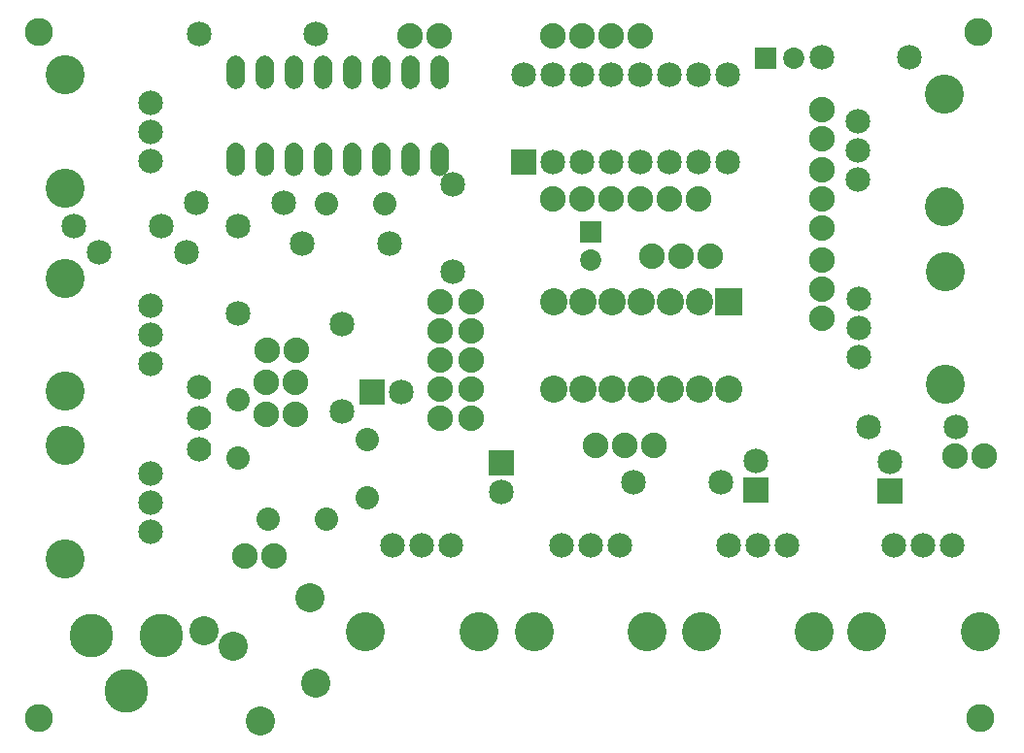
<source format=gbs>
G04 MADE WITH FRITZING*
G04 WWW.FRITZING.ORG*
G04 DOUBLE SIDED*
G04 HOLES PLATED*
G04 CONTOUR ON CENTER OF CONTOUR VECTOR*
%ASAXBY*%
%FSLAX23Y23*%
%MOIN*%
%OFA0B0*%
%SFA1.0B1.0*%
%ADD10C,0.084000*%
%ADD11C,0.088000*%
%ADD12C,0.150000*%
%ADD13C,0.100020*%
%ADD14C,0.080000*%
%ADD15C,0.085000*%
%ADD16C,0.096614*%
%ADD17C,0.062000*%
%ADD18C,0.093307*%
%ADD19C,0.072992*%
%ADD20C,0.084667*%
%ADD21C,0.084695*%
%ADD22C,0.134033*%
%ADD23R,0.093307X0.093307*%
%ADD24R,0.072992X0.072992*%
%ADD25R,0.085000X0.085000*%
%ADD26R,0.001000X0.001000*%
%LNMASK0*%
G90*
G70*
G54D10*
X663Y1221D03*
X663Y1114D03*
X663Y1007D03*
G54D11*
X2801Y2176D03*
X2801Y2076D03*
G54D12*
X534Y367D03*
X294Y367D03*
X414Y177D03*
G54D13*
X680Y385D03*
X779Y330D03*
X1045Y499D03*
X1065Y204D03*
X873Y76D03*
G54D14*
X900Y767D03*
X1100Y767D03*
G54D11*
X1489Y1514D03*
X1489Y1414D03*
X1489Y1314D03*
X1489Y1214D03*
X1489Y1114D03*
X1597Y1514D03*
X1597Y1414D03*
X1597Y1314D03*
X1597Y1214D03*
X1597Y1114D03*
G54D15*
X663Y2435D03*
X1063Y2435D03*
G54D16*
X3344Y84D03*
X3336Y2441D03*
X113Y2441D03*
X112Y84D03*
G54D15*
X1534Y1918D03*
X1534Y1618D03*
X652Y1855D03*
X952Y1855D03*
X1153Y1437D03*
X1153Y1137D03*
G54D17*
X788Y2003D03*
X888Y2003D03*
X988Y2003D03*
X1088Y2003D03*
X1188Y2003D03*
X1288Y2003D03*
X1388Y2003D03*
X1488Y2003D03*
X1488Y2303D03*
X1388Y2303D03*
X1288Y2303D03*
X1188Y2303D03*
X1088Y2303D03*
X988Y2303D03*
X888Y2303D03*
X788Y2303D03*
G54D18*
X2480Y1515D03*
X2480Y1215D03*
X2380Y1515D03*
X2380Y1215D03*
X2280Y1515D03*
X2280Y1215D03*
X2180Y1515D03*
X2180Y1215D03*
X2080Y1515D03*
X2080Y1215D03*
X1980Y1515D03*
X1980Y1215D03*
X1880Y1515D03*
X1880Y1215D03*
G54D19*
X2008Y1756D03*
X2008Y1658D03*
X2606Y2350D03*
X2704Y2350D03*
G54D15*
X2575Y868D03*
X2575Y968D03*
G54D11*
X2801Y1459D03*
X2801Y1559D03*
X2801Y1659D03*
X1876Y1868D03*
X1976Y1868D03*
X2076Y1868D03*
X2176Y1868D03*
X2276Y1868D03*
X2376Y1868D03*
X3358Y986D03*
X3258Y986D03*
X819Y640D03*
X919Y640D03*
X1388Y2428D03*
X1488Y2428D03*
X2225Y1022D03*
X2125Y1022D03*
X2025Y1022D03*
X2418Y1672D03*
X2318Y1672D03*
X2218Y1672D03*
X995Y1129D03*
X895Y1129D03*
X896Y1348D03*
X996Y1348D03*
X895Y1239D03*
X995Y1239D03*
X2801Y1769D03*
X2801Y1869D03*
X2801Y1969D03*
G54D15*
X2959Y1086D03*
X3259Y1086D03*
X1778Y1993D03*
X1778Y2293D03*
X1878Y1993D03*
X1878Y2293D03*
X1978Y1993D03*
X1978Y2293D03*
X2078Y1993D03*
X2078Y2293D03*
X2178Y1993D03*
X2178Y2293D03*
X2278Y1993D03*
X2278Y2293D03*
X2378Y1993D03*
X2378Y2293D03*
X2478Y1993D03*
X2478Y2293D03*
G54D20*
X2680Y677D03*
X2580Y677D03*
G54D21*
X2480Y677D03*
G54D22*
X2774Y381D03*
X2386Y381D03*
G54D20*
X3247Y677D03*
X3147Y677D03*
G54D21*
X3047Y677D03*
G54D22*
X3342Y381D03*
X2953Y381D03*
G54D20*
X2924Y2135D03*
X2924Y2035D03*
G54D21*
X2924Y1935D03*
G54D22*
X3219Y2229D03*
X3219Y1841D03*
G54D20*
X2927Y1525D03*
X2927Y1425D03*
G54D21*
X2927Y1325D03*
G54D22*
X3222Y1619D03*
X3222Y1230D03*
G54D20*
X2107Y677D03*
X2007Y677D03*
G54D21*
X1907Y677D03*
G54D22*
X2201Y381D03*
X1813Y381D03*
G54D20*
X497Y1301D03*
X497Y1401D03*
G54D21*
X497Y1501D03*
G54D22*
X202Y1207D03*
X202Y1595D03*
G54D20*
X1528Y677D03*
X1428Y677D03*
G54D21*
X1328Y677D03*
G54D22*
X1622Y381D03*
X1233Y381D03*
G54D20*
X497Y726D03*
X497Y826D03*
G54D21*
X497Y926D03*
G54D22*
X202Y631D03*
X202Y1020D03*
G54D15*
X3034Y865D03*
X3034Y965D03*
X1699Y962D03*
X1699Y862D03*
X535Y1776D03*
X235Y1776D03*
X620Y1683D03*
X320Y1683D03*
X2454Y895D03*
X2154Y895D03*
X1257Y1205D03*
X1357Y1205D03*
X1318Y1714D03*
X1018Y1714D03*
X796Y1774D03*
X796Y1474D03*
X3099Y2353D03*
X2799Y2353D03*
G54D14*
X1099Y1850D03*
X1299Y1850D03*
G54D20*
X497Y1999D03*
X497Y2099D03*
G54D21*
X497Y2199D03*
G54D22*
X202Y1905D03*
X202Y2294D03*
G54D14*
X796Y1177D03*
X796Y977D03*
X1241Y1040D03*
X1241Y840D03*
G54D11*
X1878Y2428D03*
X1978Y2428D03*
X2078Y2428D03*
X2178Y2428D03*
G54D23*
X2480Y1515D03*
G54D24*
X2008Y1756D03*
X2606Y2350D03*
G54D25*
X2575Y868D03*
X1778Y1993D03*
X3034Y865D03*
X1699Y962D03*
X1257Y1205D03*
G54D26*
X783Y2359D02*
X794Y2359D01*
X883Y2359D02*
X894Y2359D01*
X983Y2359D02*
X994Y2359D01*
X1083Y2359D02*
X1094Y2359D01*
X1183Y2359D02*
X1194Y2359D01*
X1283Y2359D02*
X1294Y2359D01*
X1383Y2359D02*
X1394Y2359D01*
X1483Y2359D02*
X1494Y2359D01*
X779Y2358D02*
X798Y2358D01*
X879Y2358D02*
X898Y2358D01*
X979Y2358D02*
X998Y2358D01*
X1079Y2358D02*
X1098Y2358D01*
X1179Y2358D02*
X1198Y2358D01*
X1279Y2358D02*
X1298Y2358D01*
X1379Y2358D02*
X1398Y2358D01*
X1479Y2358D02*
X1498Y2358D01*
X777Y2357D02*
X800Y2357D01*
X877Y2357D02*
X900Y2357D01*
X977Y2357D02*
X1000Y2357D01*
X1077Y2357D02*
X1100Y2357D01*
X1177Y2357D02*
X1200Y2357D01*
X1277Y2357D02*
X1300Y2357D01*
X1377Y2357D02*
X1400Y2357D01*
X1476Y2357D02*
X1500Y2357D01*
X774Y2356D02*
X803Y2356D01*
X874Y2356D02*
X903Y2356D01*
X974Y2356D02*
X1003Y2356D01*
X1074Y2356D02*
X1102Y2356D01*
X1174Y2356D02*
X1202Y2356D01*
X1274Y2356D02*
X1302Y2356D01*
X1374Y2356D02*
X1402Y2356D01*
X1474Y2356D02*
X1502Y2356D01*
X773Y2355D02*
X804Y2355D01*
X873Y2355D02*
X904Y2355D01*
X973Y2355D02*
X1004Y2355D01*
X1073Y2355D02*
X1104Y2355D01*
X1173Y2355D02*
X1204Y2355D01*
X1273Y2355D02*
X1304Y2355D01*
X1373Y2355D02*
X1404Y2355D01*
X1473Y2355D02*
X1504Y2355D01*
X771Y2354D02*
X806Y2354D01*
X871Y2354D02*
X906Y2354D01*
X971Y2354D02*
X1006Y2354D01*
X1071Y2354D02*
X1106Y2354D01*
X1171Y2354D02*
X1206Y2354D01*
X1271Y2354D02*
X1306Y2354D01*
X1371Y2354D02*
X1406Y2354D01*
X1471Y2354D02*
X1506Y2354D01*
X770Y2353D02*
X807Y2353D01*
X870Y2353D02*
X907Y2353D01*
X970Y2353D02*
X1007Y2353D01*
X1070Y2353D02*
X1107Y2353D01*
X1170Y2353D02*
X1207Y2353D01*
X1270Y2353D02*
X1307Y2353D01*
X1370Y2353D02*
X1407Y2353D01*
X1470Y2353D02*
X1507Y2353D01*
X769Y2352D02*
X808Y2352D01*
X869Y2352D02*
X908Y2352D01*
X969Y2352D02*
X1008Y2352D01*
X1069Y2352D02*
X1108Y2352D01*
X1169Y2352D02*
X1208Y2352D01*
X1269Y2352D02*
X1308Y2352D01*
X1369Y2352D02*
X1408Y2352D01*
X1469Y2352D02*
X1508Y2352D01*
X767Y2351D02*
X810Y2351D01*
X867Y2351D02*
X910Y2351D01*
X967Y2351D02*
X1010Y2351D01*
X1067Y2351D02*
X1110Y2351D01*
X1167Y2351D02*
X1209Y2351D01*
X1267Y2351D02*
X1309Y2351D01*
X1367Y2351D02*
X1409Y2351D01*
X1467Y2351D02*
X1509Y2351D01*
X767Y2350D02*
X811Y2350D01*
X866Y2350D02*
X910Y2350D01*
X966Y2350D02*
X1010Y2350D01*
X1066Y2350D02*
X1110Y2350D01*
X1166Y2350D02*
X1210Y2350D01*
X1266Y2350D02*
X1310Y2350D01*
X1366Y2350D02*
X1410Y2350D01*
X1466Y2350D02*
X1510Y2350D01*
X766Y2349D02*
X811Y2349D01*
X866Y2349D02*
X911Y2349D01*
X966Y2349D02*
X1011Y2349D01*
X1066Y2349D02*
X1111Y2349D01*
X1166Y2349D02*
X1211Y2349D01*
X1266Y2349D02*
X1311Y2349D01*
X1366Y2349D02*
X1411Y2349D01*
X1466Y2349D02*
X1511Y2349D01*
X765Y2348D02*
X812Y2348D01*
X865Y2348D02*
X912Y2348D01*
X965Y2348D02*
X1012Y2348D01*
X1065Y2348D02*
X1112Y2348D01*
X1165Y2348D02*
X1212Y2348D01*
X1265Y2348D02*
X1312Y2348D01*
X1365Y2348D02*
X1412Y2348D01*
X1465Y2348D02*
X1512Y2348D01*
X764Y2347D02*
X813Y2347D01*
X864Y2347D02*
X913Y2347D01*
X964Y2347D02*
X1013Y2347D01*
X1064Y2347D02*
X1113Y2347D01*
X1164Y2347D02*
X1213Y2347D01*
X1264Y2347D02*
X1313Y2347D01*
X1364Y2347D02*
X1413Y2347D01*
X1464Y2347D02*
X1513Y2347D01*
X763Y2346D02*
X814Y2346D01*
X863Y2346D02*
X914Y2346D01*
X963Y2346D02*
X1014Y2346D01*
X1063Y2346D02*
X1114Y2346D01*
X1163Y2346D02*
X1214Y2346D01*
X1263Y2346D02*
X1314Y2346D01*
X1363Y2346D02*
X1414Y2346D01*
X1463Y2346D02*
X1514Y2346D01*
X763Y2345D02*
X814Y2345D01*
X863Y2345D02*
X914Y2345D01*
X963Y2345D02*
X1014Y2345D01*
X1063Y2345D02*
X1114Y2345D01*
X1163Y2345D02*
X1214Y2345D01*
X1263Y2345D02*
X1314Y2345D01*
X1363Y2345D02*
X1414Y2345D01*
X1463Y2345D02*
X1514Y2345D01*
X762Y2344D02*
X815Y2344D01*
X862Y2344D02*
X915Y2344D01*
X962Y2344D02*
X1015Y2344D01*
X1062Y2344D02*
X1115Y2344D01*
X1162Y2344D02*
X1215Y2344D01*
X1262Y2344D02*
X1315Y2344D01*
X1362Y2344D02*
X1415Y2344D01*
X1462Y2344D02*
X1515Y2344D01*
X762Y2343D02*
X815Y2343D01*
X862Y2343D02*
X915Y2343D01*
X962Y2343D02*
X1015Y2343D01*
X1062Y2343D02*
X1115Y2343D01*
X1162Y2343D02*
X1215Y2343D01*
X1262Y2343D02*
X1315Y2343D01*
X1362Y2343D02*
X1415Y2343D01*
X1462Y2343D02*
X1515Y2343D01*
X761Y2342D02*
X816Y2342D01*
X861Y2342D02*
X916Y2342D01*
X961Y2342D02*
X1016Y2342D01*
X1061Y2342D02*
X1116Y2342D01*
X1161Y2342D02*
X1216Y2342D01*
X1261Y2342D02*
X1316Y2342D01*
X1361Y2342D02*
X1416Y2342D01*
X1461Y2342D02*
X1516Y2342D01*
X761Y2341D02*
X816Y2341D01*
X861Y2341D02*
X916Y2341D01*
X961Y2341D02*
X1016Y2341D01*
X1061Y2341D02*
X1116Y2341D01*
X1161Y2341D02*
X1216Y2341D01*
X1261Y2341D02*
X1316Y2341D01*
X1361Y2341D02*
X1416Y2341D01*
X1461Y2341D02*
X1516Y2341D01*
X760Y2340D02*
X817Y2340D01*
X860Y2340D02*
X917Y2340D01*
X960Y2340D02*
X1017Y2340D01*
X1060Y2340D02*
X1117Y2340D01*
X1160Y2340D02*
X1217Y2340D01*
X1260Y2340D02*
X1317Y2340D01*
X1360Y2340D02*
X1417Y2340D01*
X1460Y2340D02*
X1517Y2340D01*
X760Y2339D02*
X817Y2339D01*
X860Y2339D02*
X917Y2339D01*
X960Y2339D02*
X1017Y2339D01*
X1060Y2339D02*
X1117Y2339D01*
X1160Y2339D02*
X1217Y2339D01*
X1260Y2339D02*
X1317Y2339D01*
X1360Y2339D02*
X1417Y2339D01*
X1460Y2339D02*
X1517Y2339D01*
X760Y2338D02*
X817Y2338D01*
X860Y2338D02*
X917Y2338D01*
X960Y2338D02*
X1017Y2338D01*
X1060Y2338D02*
X1117Y2338D01*
X1159Y2338D02*
X1217Y2338D01*
X1259Y2338D02*
X1317Y2338D01*
X1359Y2338D02*
X1417Y2338D01*
X1459Y2338D02*
X1517Y2338D01*
X759Y2337D02*
X818Y2337D01*
X859Y2337D02*
X918Y2337D01*
X959Y2337D02*
X1018Y2337D01*
X1059Y2337D02*
X1118Y2337D01*
X1159Y2337D02*
X1218Y2337D01*
X1259Y2337D02*
X1318Y2337D01*
X1359Y2337D02*
X1418Y2337D01*
X1459Y2337D02*
X1518Y2337D01*
X759Y2336D02*
X818Y2336D01*
X859Y2336D02*
X918Y2336D01*
X959Y2336D02*
X1018Y2336D01*
X1059Y2336D02*
X1118Y2336D01*
X1159Y2336D02*
X1218Y2336D01*
X1259Y2336D02*
X1318Y2336D01*
X1359Y2336D02*
X1418Y2336D01*
X1459Y2336D02*
X1518Y2336D01*
X759Y2335D02*
X818Y2335D01*
X859Y2335D02*
X918Y2335D01*
X959Y2335D02*
X1018Y2335D01*
X1059Y2335D02*
X1118Y2335D01*
X1159Y2335D02*
X1218Y2335D01*
X1259Y2335D02*
X1318Y2335D01*
X1359Y2335D02*
X1418Y2335D01*
X1459Y2335D02*
X1518Y2335D01*
X759Y2334D02*
X818Y2334D01*
X859Y2334D02*
X918Y2334D01*
X959Y2334D02*
X1018Y2334D01*
X1059Y2334D02*
X1118Y2334D01*
X1158Y2334D02*
X1218Y2334D01*
X1258Y2334D02*
X1318Y2334D01*
X1358Y2334D02*
X1418Y2334D01*
X1458Y2334D02*
X1518Y2334D01*
X758Y2333D02*
X819Y2333D01*
X858Y2333D02*
X919Y2333D01*
X958Y2333D02*
X1019Y2333D01*
X1058Y2333D02*
X1119Y2333D01*
X1158Y2333D02*
X1219Y2333D01*
X1258Y2333D02*
X1319Y2333D01*
X1358Y2333D02*
X1419Y2333D01*
X1458Y2333D02*
X1519Y2333D01*
X758Y2332D02*
X819Y2332D01*
X858Y2332D02*
X919Y2332D01*
X958Y2332D02*
X1019Y2332D01*
X1058Y2332D02*
X1119Y2332D01*
X1158Y2332D02*
X1219Y2332D01*
X1258Y2332D02*
X1319Y2332D01*
X1358Y2332D02*
X1419Y2332D01*
X1458Y2332D02*
X1519Y2332D01*
X758Y2331D02*
X819Y2331D01*
X858Y2331D02*
X919Y2331D01*
X958Y2331D02*
X1019Y2331D01*
X1058Y2331D02*
X1119Y2331D01*
X1158Y2331D02*
X1219Y2331D01*
X1258Y2331D02*
X1319Y2331D01*
X1358Y2331D02*
X1419Y2331D01*
X1458Y2331D02*
X1519Y2331D01*
X758Y2330D02*
X819Y2330D01*
X858Y2330D02*
X919Y2330D01*
X958Y2330D02*
X1019Y2330D01*
X1058Y2330D02*
X1119Y2330D01*
X1158Y2330D02*
X1219Y2330D01*
X1258Y2330D02*
X1319Y2330D01*
X1358Y2330D02*
X1419Y2330D01*
X1458Y2330D02*
X1519Y2330D01*
X758Y2329D02*
X819Y2329D01*
X858Y2329D02*
X919Y2329D01*
X958Y2329D02*
X1019Y2329D01*
X1058Y2329D02*
X1119Y2329D01*
X1158Y2329D02*
X1219Y2329D01*
X1258Y2329D02*
X1319Y2329D01*
X1358Y2329D02*
X1419Y2329D01*
X1458Y2329D02*
X1519Y2329D01*
X758Y2328D02*
X819Y2328D01*
X858Y2328D02*
X919Y2328D01*
X958Y2328D02*
X1019Y2328D01*
X1058Y2328D02*
X1119Y2328D01*
X1158Y2328D02*
X1219Y2328D01*
X1258Y2328D02*
X1319Y2328D01*
X1358Y2328D02*
X1419Y2328D01*
X1458Y2328D02*
X1519Y2328D01*
X758Y2327D02*
X819Y2327D01*
X858Y2327D02*
X919Y2327D01*
X958Y2327D02*
X1019Y2327D01*
X1058Y2327D02*
X1119Y2327D01*
X1158Y2327D02*
X1219Y2327D01*
X1258Y2327D02*
X1319Y2327D01*
X1358Y2327D02*
X1419Y2327D01*
X1458Y2327D02*
X1519Y2327D01*
X758Y2326D02*
X819Y2326D01*
X858Y2326D02*
X919Y2326D01*
X958Y2326D02*
X1019Y2326D01*
X1058Y2326D02*
X1119Y2326D01*
X1158Y2326D02*
X1219Y2326D01*
X1258Y2326D02*
X1319Y2326D01*
X1358Y2326D02*
X1419Y2326D01*
X1458Y2326D02*
X1519Y2326D01*
X758Y2325D02*
X819Y2325D01*
X858Y2325D02*
X919Y2325D01*
X958Y2325D02*
X1019Y2325D01*
X1058Y2325D02*
X1119Y2325D01*
X1158Y2325D02*
X1219Y2325D01*
X1258Y2325D02*
X1319Y2325D01*
X1358Y2325D02*
X1419Y2325D01*
X1458Y2325D02*
X1519Y2325D01*
X758Y2324D02*
X819Y2324D01*
X858Y2324D02*
X919Y2324D01*
X958Y2324D02*
X1019Y2324D01*
X1058Y2324D02*
X1119Y2324D01*
X1158Y2324D02*
X1219Y2324D01*
X1258Y2324D02*
X1319Y2324D01*
X1358Y2324D02*
X1419Y2324D01*
X1458Y2324D02*
X1519Y2324D01*
X758Y2323D02*
X819Y2323D01*
X858Y2323D02*
X919Y2323D01*
X958Y2323D02*
X1019Y2323D01*
X1058Y2323D02*
X1119Y2323D01*
X1158Y2323D02*
X1219Y2323D01*
X1258Y2323D02*
X1319Y2323D01*
X1358Y2323D02*
X1419Y2323D01*
X1458Y2323D02*
X1519Y2323D01*
X758Y2322D02*
X819Y2322D01*
X858Y2322D02*
X919Y2322D01*
X958Y2322D02*
X1019Y2322D01*
X1058Y2322D02*
X1119Y2322D01*
X1158Y2322D02*
X1219Y2322D01*
X1258Y2322D02*
X1319Y2322D01*
X1358Y2322D02*
X1419Y2322D01*
X1458Y2322D02*
X1519Y2322D01*
X758Y2321D02*
X819Y2321D01*
X858Y2321D02*
X919Y2321D01*
X958Y2321D02*
X1019Y2321D01*
X1058Y2321D02*
X1119Y2321D01*
X1158Y2321D02*
X1219Y2321D01*
X1258Y2321D02*
X1319Y2321D01*
X1358Y2321D02*
X1419Y2321D01*
X1458Y2321D02*
X1519Y2321D01*
X758Y2320D02*
X819Y2320D01*
X858Y2320D02*
X919Y2320D01*
X958Y2320D02*
X1019Y2320D01*
X1058Y2320D02*
X1119Y2320D01*
X1158Y2320D02*
X1219Y2320D01*
X1258Y2320D02*
X1319Y2320D01*
X1358Y2320D02*
X1419Y2320D01*
X1458Y2320D02*
X1519Y2320D01*
X758Y2319D02*
X819Y2319D01*
X858Y2319D02*
X919Y2319D01*
X958Y2319D02*
X1019Y2319D01*
X1058Y2319D02*
X1119Y2319D01*
X1158Y2319D02*
X1219Y2319D01*
X1258Y2319D02*
X1319Y2319D01*
X1358Y2319D02*
X1419Y2319D01*
X1458Y2319D02*
X1519Y2319D01*
X758Y2318D02*
X819Y2318D01*
X858Y2318D02*
X919Y2318D01*
X958Y2318D02*
X1019Y2318D01*
X1058Y2318D02*
X1119Y2318D01*
X1158Y2318D02*
X1219Y2318D01*
X1258Y2318D02*
X1319Y2318D01*
X1358Y2318D02*
X1419Y2318D01*
X1458Y2318D02*
X1519Y2318D01*
X758Y2317D02*
X819Y2317D01*
X858Y2317D02*
X919Y2317D01*
X958Y2317D02*
X1019Y2317D01*
X1058Y2317D02*
X1119Y2317D01*
X1158Y2317D02*
X1219Y2317D01*
X1258Y2317D02*
X1319Y2317D01*
X1358Y2317D02*
X1419Y2317D01*
X1458Y2317D02*
X1519Y2317D01*
X758Y2316D02*
X819Y2316D01*
X858Y2316D02*
X919Y2316D01*
X958Y2316D02*
X1019Y2316D01*
X1058Y2316D02*
X1119Y2316D01*
X1158Y2316D02*
X1219Y2316D01*
X1258Y2316D02*
X1319Y2316D01*
X1358Y2316D02*
X1419Y2316D01*
X1458Y2316D02*
X1519Y2316D01*
X758Y2315D02*
X819Y2315D01*
X858Y2315D02*
X919Y2315D01*
X958Y2315D02*
X1019Y2315D01*
X1058Y2315D02*
X1119Y2315D01*
X1158Y2315D02*
X1219Y2315D01*
X1258Y2315D02*
X1319Y2315D01*
X1358Y2315D02*
X1419Y2315D01*
X1458Y2315D02*
X1519Y2315D01*
X758Y2314D02*
X819Y2314D01*
X858Y2314D02*
X919Y2314D01*
X958Y2314D02*
X1019Y2314D01*
X1058Y2314D02*
X1119Y2314D01*
X1158Y2314D02*
X1219Y2314D01*
X1258Y2314D02*
X1319Y2314D01*
X1358Y2314D02*
X1419Y2314D01*
X1458Y2314D02*
X1519Y2314D01*
X758Y2313D02*
X784Y2313D01*
X793Y2313D02*
X819Y2313D01*
X858Y2313D02*
X884Y2313D01*
X893Y2313D02*
X919Y2313D01*
X958Y2313D02*
X984Y2313D01*
X993Y2313D02*
X1019Y2313D01*
X1058Y2313D02*
X1084Y2313D01*
X1093Y2313D02*
X1119Y2313D01*
X1158Y2313D02*
X1184Y2313D01*
X1193Y2313D02*
X1219Y2313D01*
X1258Y2313D02*
X1284Y2313D01*
X1293Y2313D02*
X1319Y2313D01*
X1358Y2313D02*
X1384Y2313D01*
X1393Y2313D02*
X1419Y2313D01*
X1458Y2313D02*
X1484Y2313D01*
X1493Y2313D02*
X1519Y2313D01*
X758Y2312D02*
X782Y2312D01*
X795Y2312D02*
X819Y2312D01*
X858Y2312D02*
X882Y2312D01*
X895Y2312D02*
X919Y2312D01*
X958Y2312D02*
X982Y2312D01*
X995Y2312D02*
X1019Y2312D01*
X1058Y2312D02*
X1082Y2312D01*
X1095Y2312D02*
X1119Y2312D01*
X1158Y2312D02*
X1182Y2312D01*
X1195Y2312D02*
X1219Y2312D01*
X1258Y2312D02*
X1282Y2312D01*
X1295Y2312D02*
X1319Y2312D01*
X1358Y2312D02*
X1382Y2312D01*
X1395Y2312D02*
X1419Y2312D01*
X1458Y2312D02*
X1482Y2312D01*
X1495Y2312D02*
X1519Y2312D01*
X758Y2311D02*
X781Y2311D01*
X796Y2311D02*
X819Y2311D01*
X858Y2311D02*
X881Y2311D01*
X896Y2311D02*
X919Y2311D01*
X958Y2311D02*
X981Y2311D01*
X996Y2311D02*
X1019Y2311D01*
X1058Y2311D02*
X1081Y2311D01*
X1096Y2311D02*
X1119Y2311D01*
X1158Y2311D02*
X1181Y2311D01*
X1196Y2311D02*
X1219Y2311D01*
X1258Y2311D02*
X1281Y2311D01*
X1296Y2311D02*
X1319Y2311D01*
X1358Y2311D02*
X1381Y2311D01*
X1396Y2311D02*
X1419Y2311D01*
X1458Y2311D02*
X1481Y2311D01*
X1496Y2311D02*
X1519Y2311D01*
X758Y2310D02*
X780Y2310D01*
X797Y2310D02*
X819Y2310D01*
X858Y2310D02*
X880Y2310D01*
X897Y2310D02*
X919Y2310D01*
X958Y2310D02*
X980Y2310D01*
X997Y2310D02*
X1019Y2310D01*
X1058Y2310D02*
X1080Y2310D01*
X1097Y2310D02*
X1119Y2310D01*
X1158Y2310D02*
X1180Y2310D01*
X1197Y2310D02*
X1219Y2310D01*
X1258Y2310D02*
X1280Y2310D01*
X1297Y2310D02*
X1319Y2310D01*
X1358Y2310D02*
X1380Y2310D01*
X1397Y2310D02*
X1419Y2310D01*
X1458Y2310D02*
X1480Y2310D01*
X1497Y2310D02*
X1519Y2310D01*
X758Y2309D02*
X779Y2309D01*
X798Y2309D02*
X819Y2309D01*
X858Y2309D02*
X879Y2309D01*
X898Y2309D02*
X919Y2309D01*
X958Y2309D02*
X979Y2309D01*
X998Y2309D02*
X1019Y2309D01*
X1058Y2309D02*
X1079Y2309D01*
X1098Y2309D02*
X1119Y2309D01*
X1158Y2309D02*
X1179Y2309D01*
X1198Y2309D02*
X1219Y2309D01*
X1258Y2309D02*
X1279Y2309D01*
X1298Y2309D02*
X1319Y2309D01*
X1358Y2309D02*
X1379Y2309D01*
X1398Y2309D02*
X1419Y2309D01*
X1458Y2309D02*
X1479Y2309D01*
X1498Y2309D02*
X1519Y2309D01*
X758Y2308D02*
X778Y2308D01*
X799Y2308D02*
X819Y2308D01*
X858Y2308D02*
X878Y2308D01*
X899Y2308D02*
X919Y2308D01*
X958Y2308D02*
X978Y2308D01*
X999Y2308D02*
X1019Y2308D01*
X1058Y2308D02*
X1078Y2308D01*
X1099Y2308D02*
X1119Y2308D01*
X1158Y2308D02*
X1178Y2308D01*
X1199Y2308D02*
X1219Y2308D01*
X1258Y2308D02*
X1278Y2308D01*
X1299Y2308D02*
X1319Y2308D01*
X1358Y2308D02*
X1378Y2308D01*
X1399Y2308D02*
X1419Y2308D01*
X1458Y2308D02*
X1478Y2308D01*
X1499Y2308D02*
X1519Y2308D01*
X758Y2307D02*
X778Y2307D01*
X799Y2307D02*
X819Y2307D01*
X858Y2307D02*
X878Y2307D01*
X899Y2307D02*
X919Y2307D01*
X958Y2307D02*
X978Y2307D01*
X999Y2307D02*
X1019Y2307D01*
X1058Y2307D02*
X1078Y2307D01*
X1099Y2307D02*
X1119Y2307D01*
X1158Y2307D02*
X1178Y2307D01*
X1199Y2307D02*
X1219Y2307D01*
X1258Y2307D02*
X1278Y2307D01*
X1299Y2307D02*
X1319Y2307D01*
X1358Y2307D02*
X1378Y2307D01*
X1399Y2307D02*
X1419Y2307D01*
X1458Y2307D02*
X1478Y2307D01*
X1499Y2307D02*
X1519Y2307D01*
X758Y2306D02*
X777Y2306D01*
X800Y2306D02*
X819Y2306D01*
X858Y2306D02*
X877Y2306D01*
X900Y2306D02*
X919Y2306D01*
X958Y2306D02*
X977Y2306D01*
X1000Y2306D02*
X1019Y2306D01*
X1058Y2306D02*
X1077Y2306D01*
X1100Y2306D02*
X1119Y2306D01*
X1158Y2306D02*
X1177Y2306D01*
X1199Y2306D02*
X1219Y2306D01*
X1258Y2306D02*
X1277Y2306D01*
X1299Y2306D02*
X1319Y2306D01*
X1358Y2306D02*
X1377Y2306D01*
X1399Y2306D02*
X1419Y2306D01*
X1458Y2306D02*
X1477Y2306D01*
X1499Y2306D02*
X1519Y2306D01*
X758Y2305D02*
X777Y2305D01*
X800Y2305D02*
X819Y2305D01*
X858Y2305D02*
X877Y2305D01*
X900Y2305D02*
X919Y2305D01*
X958Y2305D02*
X977Y2305D01*
X1000Y2305D02*
X1019Y2305D01*
X1058Y2305D02*
X1077Y2305D01*
X1100Y2305D02*
X1119Y2305D01*
X1158Y2305D02*
X1177Y2305D01*
X1200Y2305D02*
X1219Y2305D01*
X1258Y2305D02*
X1277Y2305D01*
X1300Y2305D02*
X1319Y2305D01*
X1358Y2305D02*
X1377Y2305D01*
X1400Y2305D02*
X1419Y2305D01*
X1458Y2305D02*
X1477Y2305D01*
X1500Y2305D02*
X1519Y2305D01*
X758Y2304D02*
X777Y2304D01*
X800Y2304D02*
X819Y2304D01*
X858Y2304D02*
X877Y2304D01*
X900Y2304D02*
X919Y2304D01*
X958Y2304D02*
X977Y2304D01*
X1000Y2304D02*
X1019Y2304D01*
X1058Y2304D02*
X1077Y2304D01*
X1100Y2304D02*
X1119Y2304D01*
X1158Y2304D02*
X1177Y2304D01*
X1200Y2304D02*
X1219Y2304D01*
X1258Y2304D02*
X1277Y2304D01*
X1300Y2304D02*
X1319Y2304D01*
X1358Y2304D02*
X1377Y2304D01*
X1400Y2304D02*
X1419Y2304D01*
X1458Y2304D02*
X1477Y2304D01*
X1500Y2304D02*
X1519Y2304D01*
X758Y2303D02*
X777Y2303D01*
X800Y2303D02*
X819Y2303D01*
X858Y2303D02*
X877Y2303D01*
X900Y2303D02*
X919Y2303D01*
X958Y2303D02*
X977Y2303D01*
X1000Y2303D02*
X1019Y2303D01*
X1058Y2303D02*
X1077Y2303D01*
X1100Y2303D02*
X1119Y2303D01*
X1158Y2303D02*
X1177Y2303D01*
X1200Y2303D02*
X1219Y2303D01*
X1258Y2303D02*
X1277Y2303D01*
X1300Y2303D02*
X1319Y2303D01*
X1358Y2303D02*
X1377Y2303D01*
X1400Y2303D02*
X1419Y2303D01*
X1458Y2303D02*
X1477Y2303D01*
X1500Y2303D02*
X1519Y2303D01*
X758Y2302D02*
X777Y2302D01*
X800Y2302D02*
X819Y2302D01*
X858Y2302D02*
X877Y2302D01*
X900Y2302D02*
X919Y2302D01*
X958Y2302D02*
X977Y2302D01*
X1000Y2302D02*
X1019Y2302D01*
X1058Y2302D02*
X1077Y2302D01*
X1100Y2302D02*
X1119Y2302D01*
X1158Y2302D02*
X1177Y2302D01*
X1200Y2302D02*
X1219Y2302D01*
X1258Y2302D02*
X1277Y2302D01*
X1300Y2302D02*
X1319Y2302D01*
X1358Y2302D02*
X1377Y2302D01*
X1400Y2302D02*
X1419Y2302D01*
X1458Y2302D02*
X1477Y2302D01*
X1500Y2302D02*
X1519Y2302D01*
X758Y2301D02*
X777Y2301D01*
X800Y2301D02*
X819Y2301D01*
X858Y2301D02*
X877Y2301D01*
X900Y2301D02*
X919Y2301D01*
X958Y2301D02*
X977Y2301D01*
X1000Y2301D02*
X1019Y2301D01*
X1058Y2301D02*
X1077Y2301D01*
X1100Y2301D02*
X1119Y2301D01*
X1158Y2301D02*
X1177Y2301D01*
X1200Y2301D02*
X1219Y2301D01*
X1258Y2301D02*
X1277Y2301D01*
X1300Y2301D02*
X1319Y2301D01*
X1358Y2301D02*
X1377Y2301D01*
X1400Y2301D02*
X1419Y2301D01*
X1458Y2301D02*
X1477Y2301D01*
X1500Y2301D02*
X1519Y2301D01*
X758Y2300D02*
X777Y2300D01*
X800Y2300D02*
X819Y2300D01*
X858Y2300D02*
X877Y2300D01*
X900Y2300D02*
X919Y2300D01*
X958Y2300D02*
X977Y2300D01*
X1000Y2300D02*
X1019Y2300D01*
X1058Y2300D02*
X1077Y2300D01*
X1100Y2300D02*
X1119Y2300D01*
X1158Y2300D02*
X1177Y2300D01*
X1200Y2300D02*
X1219Y2300D01*
X1258Y2300D02*
X1277Y2300D01*
X1300Y2300D02*
X1319Y2300D01*
X1358Y2300D02*
X1377Y2300D01*
X1400Y2300D02*
X1419Y2300D01*
X1458Y2300D02*
X1477Y2300D01*
X1500Y2300D02*
X1519Y2300D01*
X758Y2299D02*
X778Y2299D01*
X799Y2299D02*
X819Y2299D01*
X858Y2299D02*
X878Y2299D01*
X899Y2299D02*
X919Y2299D01*
X958Y2299D02*
X978Y2299D01*
X999Y2299D02*
X1019Y2299D01*
X1058Y2299D02*
X1078Y2299D01*
X1099Y2299D02*
X1119Y2299D01*
X1158Y2299D02*
X1178Y2299D01*
X1199Y2299D02*
X1219Y2299D01*
X1258Y2299D02*
X1278Y2299D01*
X1299Y2299D02*
X1319Y2299D01*
X1358Y2299D02*
X1378Y2299D01*
X1399Y2299D02*
X1419Y2299D01*
X1458Y2299D02*
X1478Y2299D01*
X1499Y2299D02*
X1519Y2299D01*
X758Y2298D02*
X778Y2298D01*
X799Y2298D02*
X819Y2298D01*
X858Y2298D02*
X878Y2298D01*
X899Y2298D02*
X919Y2298D01*
X958Y2298D02*
X978Y2298D01*
X999Y2298D02*
X1019Y2298D01*
X1058Y2298D02*
X1078Y2298D01*
X1099Y2298D02*
X1119Y2298D01*
X1158Y2298D02*
X1178Y2298D01*
X1199Y2298D02*
X1219Y2298D01*
X1258Y2298D02*
X1278Y2298D01*
X1299Y2298D02*
X1319Y2298D01*
X1358Y2298D02*
X1378Y2298D01*
X1399Y2298D02*
X1419Y2298D01*
X1458Y2298D02*
X1478Y2298D01*
X1499Y2298D02*
X1519Y2298D01*
X758Y2297D02*
X779Y2297D01*
X798Y2297D02*
X819Y2297D01*
X858Y2297D02*
X879Y2297D01*
X898Y2297D02*
X919Y2297D01*
X958Y2297D02*
X979Y2297D01*
X998Y2297D02*
X1019Y2297D01*
X1058Y2297D02*
X1079Y2297D01*
X1098Y2297D02*
X1119Y2297D01*
X1158Y2297D02*
X1179Y2297D01*
X1198Y2297D02*
X1219Y2297D01*
X1258Y2297D02*
X1279Y2297D01*
X1298Y2297D02*
X1319Y2297D01*
X1358Y2297D02*
X1379Y2297D01*
X1398Y2297D02*
X1419Y2297D01*
X1458Y2297D02*
X1479Y2297D01*
X1498Y2297D02*
X1519Y2297D01*
X758Y2296D02*
X779Y2296D01*
X798Y2296D02*
X819Y2296D01*
X858Y2296D02*
X879Y2296D01*
X898Y2296D02*
X919Y2296D01*
X958Y2296D02*
X979Y2296D01*
X998Y2296D02*
X1019Y2296D01*
X1058Y2296D02*
X1079Y2296D01*
X1098Y2296D02*
X1119Y2296D01*
X1158Y2296D02*
X1179Y2296D01*
X1198Y2296D02*
X1219Y2296D01*
X1258Y2296D02*
X1279Y2296D01*
X1298Y2296D02*
X1319Y2296D01*
X1358Y2296D02*
X1379Y2296D01*
X1398Y2296D02*
X1419Y2296D01*
X1458Y2296D02*
X1479Y2296D01*
X1498Y2296D02*
X1519Y2296D01*
X758Y2295D02*
X780Y2295D01*
X797Y2295D02*
X819Y2295D01*
X858Y2295D02*
X880Y2295D01*
X897Y2295D02*
X919Y2295D01*
X958Y2295D02*
X980Y2295D01*
X997Y2295D02*
X1019Y2295D01*
X1058Y2295D02*
X1080Y2295D01*
X1097Y2295D02*
X1119Y2295D01*
X1158Y2295D02*
X1180Y2295D01*
X1197Y2295D02*
X1219Y2295D01*
X1258Y2295D02*
X1280Y2295D01*
X1297Y2295D02*
X1319Y2295D01*
X1358Y2295D02*
X1380Y2295D01*
X1397Y2295D02*
X1419Y2295D01*
X1458Y2295D02*
X1480Y2295D01*
X1497Y2295D02*
X1519Y2295D01*
X758Y2294D02*
X781Y2294D01*
X796Y2294D02*
X819Y2294D01*
X858Y2294D02*
X881Y2294D01*
X896Y2294D02*
X919Y2294D01*
X958Y2294D02*
X981Y2294D01*
X996Y2294D02*
X1019Y2294D01*
X1058Y2294D02*
X1081Y2294D01*
X1096Y2294D02*
X1119Y2294D01*
X1158Y2294D02*
X1181Y2294D01*
X1196Y2294D02*
X1219Y2294D01*
X1258Y2294D02*
X1281Y2294D01*
X1296Y2294D02*
X1319Y2294D01*
X1358Y2294D02*
X1381Y2294D01*
X1396Y2294D02*
X1419Y2294D01*
X1458Y2294D02*
X1481Y2294D01*
X1496Y2294D02*
X1519Y2294D01*
X758Y2293D02*
X783Y2293D01*
X794Y2293D02*
X819Y2293D01*
X858Y2293D02*
X883Y2293D01*
X894Y2293D02*
X919Y2293D01*
X958Y2293D02*
X983Y2293D01*
X994Y2293D02*
X1019Y2293D01*
X1058Y2293D02*
X1083Y2293D01*
X1094Y2293D02*
X1119Y2293D01*
X1158Y2293D02*
X1183Y2293D01*
X1194Y2293D02*
X1219Y2293D01*
X1258Y2293D02*
X1283Y2293D01*
X1294Y2293D02*
X1319Y2293D01*
X1358Y2293D02*
X1383Y2293D01*
X1394Y2293D02*
X1419Y2293D01*
X1458Y2293D02*
X1483Y2293D01*
X1494Y2293D02*
X1519Y2293D01*
X758Y2292D02*
X785Y2292D01*
X792Y2292D02*
X819Y2292D01*
X858Y2292D02*
X885Y2292D01*
X892Y2292D02*
X919Y2292D01*
X958Y2292D02*
X985Y2292D01*
X992Y2292D02*
X1019Y2292D01*
X1058Y2292D02*
X1085Y2292D01*
X1092Y2292D02*
X1119Y2292D01*
X1158Y2292D02*
X1185Y2292D01*
X1191Y2292D02*
X1219Y2292D01*
X1258Y2292D02*
X1285Y2292D01*
X1291Y2292D02*
X1319Y2292D01*
X1358Y2292D02*
X1385Y2292D01*
X1391Y2292D02*
X1419Y2292D01*
X1458Y2292D02*
X1485Y2292D01*
X1491Y2292D02*
X1519Y2292D01*
X758Y2291D02*
X819Y2291D01*
X858Y2291D02*
X919Y2291D01*
X958Y2291D02*
X1019Y2291D01*
X1058Y2291D02*
X1119Y2291D01*
X1158Y2291D02*
X1219Y2291D01*
X1258Y2291D02*
X1319Y2291D01*
X1358Y2291D02*
X1419Y2291D01*
X1458Y2291D02*
X1519Y2291D01*
X758Y2290D02*
X819Y2290D01*
X858Y2290D02*
X919Y2290D01*
X958Y2290D02*
X1019Y2290D01*
X1058Y2290D02*
X1119Y2290D01*
X1158Y2290D02*
X1219Y2290D01*
X1258Y2290D02*
X1319Y2290D01*
X1358Y2290D02*
X1419Y2290D01*
X1458Y2290D02*
X1519Y2290D01*
X758Y2289D02*
X819Y2289D01*
X858Y2289D02*
X919Y2289D01*
X958Y2289D02*
X1019Y2289D01*
X1058Y2289D02*
X1119Y2289D01*
X1158Y2289D02*
X1219Y2289D01*
X1258Y2289D02*
X1319Y2289D01*
X1358Y2289D02*
X1419Y2289D01*
X1458Y2289D02*
X1519Y2289D01*
X758Y2288D02*
X819Y2288D01*
X858Y2288D02*
X919Y2288D01*
X958Y2288D02*
X1019Y2288D01*
X1058Y2288D02*
X1119Y2288D01*
X1158Y2288D02*
X1219Y2288D01*
X1258Y2288D02*
X1319Y2288D01*
X1358Y2288D02*
X1419Y2288D01*
X1458Y2288D02*
X1519Y2288D01*
X758Y2287D02*
X819Y2287D01*
X858Y2287D02*
X919Y2287D01*
X958Y2287D02*
X1019Y2287D01*
X1058Y2287D02*
X1119Y2287D01*
X1158Y2287D02*
X1219Y2287D01*
X1258Y2287D02*
X1319Y2287D01*
X1358Y2287D02*
X1419Y2287D01*
X1458Y2287D02*
X1519Y2287D01*
X758Y2286D02*
X819Y2286D01*
X858Y2286D02*
X919Y2286D01*
X958Y2286D02*
X1019Y2286D01*
X1058Y2286D02*
X1119Y2286D01*
X1158Y2286D02*
X1219Y2286D01*
X1258Y2286D02*
X1319Y2286D01*
X1358Y2286D02*
X1419Y2286D01*
X1458Y2286D02*
X1519Y2286D01*
X758Y2285D02*
X819Y2285D01*
X858Y2285D02*
X919Y2285D01*
X958Y2285D02*
X1019Y2285D01*
X1058Y2285D02*
X1119Y2285D01*
X1158Y2285D02*
X1219Y2285D01*
X1258Y2285D02*
X1319Y2285D01*
X1358Y2285D02*
X1419Y2285D01*
X1458Y2285D02*
X1519Y2285D01*
X758Y2284D02*
X819Y2284D01*
X858Y2284D02*
X919Y2284D01*
X958Y2284D02*
X1019Y2284D01*
X1058Y2284D02*
X1119Y2284D01*
X1158Y2284D02*
X1219Y2284D01*
X1258Y2284D02*
X1319Y2284D01*
X1358Y2284D02*
X1419Y2284D01*
X1458Y2284D02*
X1519Y2284D01*
X758Y2283D02*
X819Y2283D01*
X858Y2283D02*
X919Y2283D01*
X958Y2283D02*
X1019Y2283D01*
X1058Y2283D02*
X1119Y2283D01*
X1158Y2283D02*
X1219Y2283D01*
X1258Y2283D02*
X1319Y2283D01*
X1358Y2283D02*
X1419Y2283D01*
X1458Y2283D02*
X1519Y2283D01*
X758Y2282D02*
X819Y2282D01*
X858Y2282D02*
X919Y2282D01*
X958Y2282D02*
X1019Y2282D01*
X1058Y2282D02*
X1119Y2282D01*
X1158Y2282D02*
X1219Y2282D01*
X1258Y2282D02*
X1319Y2282D01*
X1358Y2282D02*
X1419Y2282D01*
X1458Y2282D02*
X1519Y2282D01*
X758Y2281D02*
X819Y2281D01*
X858Y2281D02*
X919Y2281D01*
X958Y2281D02*
X1019Y2281D01*
X1058Y2281D02*
X1119Y2281D01*
X1158Y2281D02*
X1219Y2281D01*
X1258Y2281D02*
X1319Y2281D01*
X1358Y2281D02*
X1419Y2281D01*
X1458Y2281D02*
X1519Y2281D01*
X758Y2280D02*
X819Y2280D01*
X858Y2280D02*
X919Y2280D01*
X958Y2280D02*
X1019Y2280D01*
X1058Y2280D02*
X1119Y2280D01*
X1158Y2280D02*
X1219Y2280D01*
X1258Y2280D02*
X1319Y2280D01*
X1358Y2280D02*
X1419Y2280D01*
X1458Y2280D02*
X1519Y2280D01*
X758Y2279D02*
X819Y2279D01*
X858Y2279D02*
X919Y2279D01*
X958Y2279D02*
X1019Y2279D01*
X1058Y2279D02*
X1119Y2279D01*
X1158Y2279D02*
X1219Y2279D01*
X1258Y2279D02*
X1319Y2279D01*
X1358Y2279D02*
X1419Y2279D01*
X1458Y2279D02*
X1519Y2279D01*
X758Y2278D02*
X819Y2278D01*
X858Y2278D02*
X919Y2278D01*
X958Y2278D02*
X1019Y2278D01*
X1058Y2278D02*
X1119Y2278D01*
X1158Y2278D02*
X1219Y2278D01*
X1258Y2278D02*
X1319Y2278D01*
X1358Y2278D02*
X1419Y2278D01*
X1458Y2278D02*
X1519Y2278D01*
X758Y2277D02*
X819Y2277D01*
X858Y2277D02*
X919Y2277D01*
X958Y2277D02*
X1019Y2277D01*
X1058Y2277D02*
X1119Y2277D01*
X1158Y2277D02*
X1219Y2277D01*
X1258Y2277D02*
X1319Y2277D01*
X1358Y2277D02*
X1419Y2277D01*
X1458Y2277D02*
X1519Y2277D01*
X758Y2276D02*
X819Y2276D01*
X858Y2276D02*
X919Y2276D01*
X958Y2276D02*
X1019Y2276D01*
X1058Y2276D02*
X1119Y2276D01*
X1158Y2276D02*
X1219Y2276D01*
X1258Y2276D02*
X1319Y2276D01*
X1358Y2276D02*
X1419Y2276D01*
X1458Y2276D02*
X1519Y2276D01*
X758Y2275D02*
X819Y2275D01*
X858Y2275D02*
X919Y2275D01*
X958Y2275D02*
X1019Y2275D01*
X1058Y2275D02*
X1119Y2275D01*
X1158Y2275D02*
X1219Y2275D01*
X1258Y2275D02*
X1319Y2275D01*
X1358Y2275D02*
X1419Y2275D01*
X1458Y2275D02*
X1519Y2275D01*
X758Y2274D02*
X819Y2274D01*
X858Y2274D02*
X919Y2274D01*
X958Y2274D02*
X1019Y2274D01*
X1058Y2274D02*
X1119Y2274D01*
X1158Y2274D02*
X1219Y2274D01*
X1258Y2274D02*
X1319Y2274D01*
X1358Y2274D02*
X1419Y2274D01*
X1458Y2274D02*
X1519Y2274D01*
X758Y2273D02*
X819Y2273D01*
X858Y2273D02*
X919Y2273D01*
X958Y2273D02*
X1019Y2273D01*
X1058Y2273D02*
X1119Y2273D01*
X1158Y2273D02*
X1219Y2273D01*
X1258Y2273D02*
X1319Y2273D01*
X1358Y2273D02*
X1419Y2273D01*
X1458Y2273D02*
X1519Y2273D01*
X758Y2272D02*
X819Y2272D01*
X858Y2272D02*
X919Y2272D01*
X958Y2272D02*
X1019Y2272D01*
X1058Y2272D02*
X1119Y2272D01*
X1158Y2272D02*
X1219Y2272D01*
X1258Y2272D02*
X1319Y2272D01*
X1358Y2272D02*
X1419Y2272D01*
X1458Y2272D02*
X1518Y2272D01*
X759Y2271D02*
X818Y2271D01*
X859Y2271D02*
X918Y2271D01*
X959Y2271D02*
X1018Y2271D01*
X1059Y2271D02*
X1118Y2271D01*
X1159Y2271D02*
X1218Y2271D01*
X1259Y2271D02*
X1318Y2271D01*
X1359Y2271D02*
X1418Y2271D01*
X1459Y2271D02*
X1518Y2271D01*
X759Y2270D02*
X818Y2270D01*
X859Y2270D02*
X918Y2270D01*
X959Y2270D02*
X1018Y2270D01*
X1059Y2270D02*
X1118Y2270D01*
X1159Y2270D02*
X1218Y2270D01*
X1259Y2270D02*
X1318Y2270D01*
X1359Y2270D02*
X1418Y2270D01*
X1459Y2270D02*
X1518Y2270D01*
X759Y2269D02*
X818Y2269D01*
X859Y2269D02*
X918Y2269D01*
X959Y2269D02*
X1018Y2269D01*
X1059Y2269D02*
X1118Y2269D01*
X1159Y2269D02*
X1218Y2269D01*
X1259Y2269D02*
X1318Y2269D01*
X1359Y2269D02*
X1418Y2269D01*
X1459Y2269D02*
X1518Y2269D01*
X759Y2268D02*
X818Y2268D01*
X859Y2268D02*
X918Y2268D01*
X959Y2268D02*
X1018Y2268D01*
X1059Y2268D02*
X1118Y2268D01*
X1159Y2268D02*
X1218Y2268D01*
X1259Y2268D02*
X1318Y2268D01*
X1359Y2268D02*
X1418Y2268D01*
X1459Y2268D02*
X1518Y2268D01*
X760Y2267D02*
X817Y2267D01*
X860Y2267D02*
X917Y2267D01*
X960Y2267D02*
X1017Y2267D01*
X1060Y2267D02*
X1117Y2267D01*
X1160Y2267D02*
X1217Y2267D01*
X1260Y2267D02*
X1317Y2267D01*
X1360Y2267D02*
X1417Y2267D01*
X1460Y2267D02*
X1517Y2267D01*
X760Y2266D02*
X817Y2266D01*
X860Y2266D02*
X917Y2266D01*
X960Y2266D02*
X1017Y2266D01*
X1060Y2266D02*
X1117Y2266D01*
X1160Y2266D02*
X1217Y2266D01*
X1260Y2266D02*
X1317Y2266D01*
X1360Y2266D02*
X1417Y2266D01*
X1460Y2266D02*
X1517Y2266D01*
X760Y2265D02*
X817Y2265D01*
X860Y2265D02*
X917Y2265D01*
X960Y2265D02*
X1017Y2265D01*
X1060Y2265D02*
X1117Y2265D01*
X1160Y2265D02*
X1217Y2265D01*
X1260Y2265D02*
X1317Y2265D01*
X1360Y2265D02*
X1417Y2265D01*
X1460Y2265D02*
X1517Y2265D01*
X761Y2264D02*
X816Y2264D01*
X861Y2264D02*
X916Y2264D01*
X961Y2264D02*
X1016Y2264D01*
X1061Y2264D02*
X1116Y2264D01*
X1161Y2264D02*
X1216Y2264D01*
X1261Y2264D02*
X1316Y2264D01*
X1361Y2264D02*
X1416Y2264D01*
X1461Y2264D02*
X1516Y2264D01*
X761Y2263D02*
X816Y2263D01*
X861Y2263D02*
X916Y2263D01*
X961Y2263D02*
X1016Y2263D01*
X1061Y2263D02*
X1116Y2263D01*
X1161Y2263D02*
X1216Y2263D01*
X1261Y2263D02*
X1316Y2263D01*
X1361Y2263D02*
X1416Y2263D01*
X1461Y2263D02*
X1516Y2263D01*
X762Y2262D02*
X815Y2262D01*
X862Y2262D02*
X915Y2262D01*
X962Y2262D02*
X1015Y2262D01*
X1062Y2262D02*
X1115Y2262D01*
X1162Y2262D02*
X1215Y2262D01*
X1262Y2262D02*
X1315Y2262D01*
X1362Y2262D02*
X1415Y2262D01*
X1462Y2262D02*
X1515Y2262D01*
X762Y2261D02*
X815Y2261D01*
X862Y2261D02*
X915Y2261D01*
X962Y2261D02*
X1015Y2261D01*
X1062Y2261D02*
X1115Y2261D01*
X1162Y2261D02*
X1215Y2261D01*
X1262Y2261D02*
X1315Y2261D01*
X1362Y2261D02*
X1415Y2261D01*
X1462Y2261D02*
X1515Y2261D01*
X763Y2260D02*
X814Y2260D01*
X863Y2260D02*
X914Y2260D01*
X963Y2260D02*
X1014Y2260D01*
X1063Y2260D02*
X1114Y2260D01*
X1163Y2260D02*
X1214Y2260D01*
X1263Y2260D02*
X1314Y2260D01*
X1363Y2260D02*
X1414Y2260D01*
X1463Y2260D02*
X1514Y2260D01*
X764Y2259D02*
X813Y2259D01*
X864Y2259D02*
X913Y2259D01*
X964Y2259D02*
X1013Y2259D01*
X1064Y2259D02*
X1113Y2259D01*
X1164Y2259D02*
X1213Y2259D01*
X1264Y2259D02*
X1313Y2259D01*
X1364Y2259D02*
X1413Y2259D01*
X1464Y2259D02*
X1513Y2259D01*
X764Y2258D02*
X813Y2258D01*
X864Y2258D02*
X913Y2258D01*
X964Y2258D02*
X1013Y2258D01*
X1064Y2258D02*
X1113Y2258D01*
X1164Y2258D02*
X1213Y2258D01*
X1264Y2258D02*
X1313Y2258D01*
X1364Y2258D02*
X1413Y2258D01*
X1464Y2258D02*
X1513Y2258D01*
X765Y2257D02*
X812Y2257D01*
X865Y2257D02*
X912Y2257D01*
X965Y2257D02*
X1012Y2257D01*
X1065Y2257D02*
X1112Y2257D01*
X1165Y2257D02*
X1212Y2257D01*
X1265Y2257D02*
X1312Y2257D01*
X1365Y2257D02*
X1412Y2257D01*
X1465Y2257D02*
X1512Y2257D01*
X766Y2256D02*
X811Y2256D01*
X866Y2256D02*
X911Y2256D01*
X966Y2256D02*
X1011Y2256D01*
X1066Y2256D02*
X1111Y2256D01*
X1166Y2256D02*
X1211Y2256D01*
X1266Y2256D02*
X1311Y2256D01*
X1366Y2256D02*
X1411Y2256D01*
X1466Y2256D02*
X1511Y2256D01*
X767Y2255D02*
X810Y2255D01*
X867Y2255D02*
X910Y2255D01*
X967Y2255D02*
X1010Y2255D01*
X1067Y2255D02*
X1110Y2255D01*
X1167Y2255D02*
X1210Y2255D01*
X1267Y2255D02*
X1310Y2255D01*
X1367Y2255D02*
X1410Y2255D01*
X1467Y2255D02*
X1510Y2255D01*
X768Y2254D02*
X809Y2254D01*
X868Y2254D02*
X909Y2254D01*
X968Y2254D02*
X1009Y2254D01*
X1068Y2254D02*
X1109Y2254D01*
X1168Y2254D02*
X1209Y2254D01*
X1268Y2254D02*
X1309Y2254D01*
X1368Y2254D02*
X1409Y2254D01*
X1468Y2254D02*
X1509Y2254D01*
X769Y2253D02*
X808Y2253D01*
X869Y2253D02*
X908Y2253D01*
X969Y2253D02*
X1008Y2253D01*
X1069Y2253D02*
X1108Y2253D01*
X1169Y2253D02*
X1208Y2253D01*
X1269Y2253D02*
X1308Y2253D01*
X1369Y2253D02*
X1408Y2253D01*
X1469Y2253D02*
X1508Y2253D01*
X770Y2252D02*
X807Y2252D01*
X870Y2252D02*
X907Y2252D01*
X970Y2252D02*
X1007Y2252D01*
X1070Y2252D02*
X1107Y2252D01*
X1170Y2252D02*
X1207Y2252D01*
X1270Y2252D02*
X1307Y2252D01*
X1370Y2252D02*
X1406Y2252D01*
X1470Y2252D02*
X1506Y2252D01*
X772Y2251D02*
X805Y2251D01*
X872Y2251D02*
X905Y2251D01*
X972Y2251D02*
X1005Y2251D01*
X1072Y2251D02*
X1105Y2251D01*
X1172Y2251D02*
X1205Y2251D01*
X1272Y2251D02*
X1305Y2251D01*
X1372Y2251D02*
X1405Y2251D01*
X1472Y2251D02*
X1505Y2251D01*
X774Y2250D02*
X803Y2250D01*
X874Y2250D02*
X903Y2250D01*
X974Y2250D02*
X1003Y2250D01*
X1074Y2250D02*
X1103Y2250D01*
X1174Y2250D02*
X1203Y2250D01*
X1273Y2250D02*
X1303Y2250D01*
X1373Y2250D02*
X1403Y2250D01*
X1473Y2250D02*
X1503Y2250D01*
X775Y2249D02*
X802Y2249D01*
X875Y2249D02*
X902Y2249D01*
X975Y2249D02*
X1002Y2249D01*
X1075Y2249D02*
X1102Y2249D01*
X1175Y2249D02*
X1202Y2249D01*
X1275Y2249D02*
X1301Y2249D01*
X1375Y2249D02*
X1401Y2249D01*
X1475Y2249D02*
X1501Y2249D01*
X778Y2248D02*
X799Y2248D01*
X878Y2248D02*
X899Y2248D01*
X978Y2248D02*
X999Y2248D01*
X1078Y2248D02*
X1099Y2248D01*
X1178Y2248D02*
X1199Y2248D01*
X1278Y2248D02*
X1299Y2248D01*
X1378Y2248D02*
X1399Y2248D01*
X1478Y2248D02*
X1499Y2248D01*
X781Y2247D02*
X796Y2247D01*
X881Y2247D02*
X896Y2247D01*
X981Y2247D02*
X996Y2247D01*
X1081Y2247D02*
X1096Y2247D01*
X1181Y2247D02*
X1196Y2247D01*
X1281Y2247D02*
X1296Y2247D01*
X1381Y2247D02*
X1396Y2247D01*
X1481Y2247D02*
X1496Y2247D01*
X785Y2246D02*
X792Y2246D01*
X885Y2246D02*
X892Y2246D01*
X985Y2246D02*
X992Y2246D01*
X1085Y2246D02*
X1092Y2246D01*
X1185Y2246D02*
X1192Y2246D01*
X1285Y2246D02*
X1292Y2246D01*
X1385Y2246D02*
X1392Y2246D01*
X1485Y2246D02*
X1492Y2246D01*
X782Y2059D02*
X795Y2059D01*
X882Y2059D02*
X895Y2059D01*
X982Y2059D02*
X995Y2059D01*
X1082Y2059D02*
X1095Y2059D01*
X1182Y2059D02*
X1195Y2059D01*
X1282Y2059D02*
X1295Y2059D01*
X1382Y2059D02*
X1395Y2059D01*
X1482Y2059D02*
X1495Y2059D01*
X779Y2058D02*
X798Y2058D01*
X879Y2058D02*
X898Y2058D01*
X979Y2058D02*
X998Y2058D01*
X1079Y2058D02*
X1098Y2058D01*
X1179Y2058D02*
X1198Y2058D01*
X1279Y2058D02*
X1298Y2058D01*
X1379Y2058D02*
X1398Y2058D01*
X1479Y2058D02*
X1498Y2058D01*
X776Y2057D02*
X801Y2057D01*
X876Y2057D02*
X901Y2057D01*
X976Y2057D02*
X1001Y2057D01*
X1076Y2057D02*
X1101Y2057D01*
X1176Y2057D02*
X1201Y2057D01*
X1276Y2057D02*
X1301Y2057D01*
X1376Y2057D02*
X1401Y2057D01*
X1476Y2057D02*
X1501Y2057D01*
X774Y2056D02*
X803Y2056D01*
X874Y2056D02*
X903Y2056D01*
X974Y2056D02*
X1003Y2056D01*
X1074Y2056D02*
X1103Y2056D01*
X1174Y2056D02*
X1203Y2056D01*
X1274Y2056D02*
X1303Y2056D01*
X1374Y2056D02*
X1403Y2056D01*
X1474Y2056D02*
X1503Y2056D01*
X773Y2055D02*
X804Y2055D01*
X873Y2055D02*
X904Y2055D01*
X973Y2055D02*
X1004Y2055D01*
X1073Y2055D02*
X1104Y2055D01*
X1173Y2055D02*
X1204Y2055D01*
X1273Y2055D02*
X1304Y2055D01*
X1373Y2055D02*
X1404Y2055D01*
X1473Y2055D02*
X1504Y2055D01*
X771Y2054D02*
X806Y2054D01*
X871Y2054D02*
X906Y2054D01*
X971Y2054D02*
X1006Y2054D01*
X1071Y2054D02*
X1106Y2054D01*
X1171Y2054D02*
X1206Y2054D01*
X1271Y2054D02*
X1306Y2054D01*
X1371Y2054D02*
X1406Y2054D01*
X1471Y2054D02*
X1506Y2054D01*
X770Y2053D02*
X807Y2053D01*
X870Y2053D02*
X907Y2053D01*
X970Y2053D02*
X1007Y2053D01*
X1070Y2053D02*
X1107Y2053D01*
X1170Y2053D02*
X1207Y2053D01*
X1270Y2053D02*
X1307Y2053D01*
X1370Y2053D02*
X1407Y2053D01*
X1470Y2053D02*
X1507Y2053D01*
X768Y2052D02*
X809Y2052D01*
X868Y2052D02*
X909Y2052D01*
X968Y2052D02*
X1009Y2052D01*
X1068Y2052D02*
X1109Y2052D01*
X1168Y2052D02*
X1209Y2052D01*
X1268Y2052D02*
X1308Y2052D01*
X1368Y2052D02*
X1408Y2052D01*
X1468Y2052D02*
X1508Y2052D01*
X767Y2051D02*
X810Y2051D01*
X867Y2051D02*
X910Y2051D01*
X967Y2051D02*
X1010Y2051D01*
X1067Y2051D02*
X1110Y2051D01*
X1167Y2051D02*
X1210Y2051D01*
X1267Y2051D02*
X1310Y2051D01*
X1367Y2051D02*
X1410Y2051D01*
X1467Y2051D02*
X1510Y2051D01*
X766Y2050D02*
X811Y2050D01*
X866Y2050D02*
X911Y2050D01*
X966Y2050D02*
X1011Y2050D01*
X1066Y2050D02*
X1111Y2050D01*
X1166Y2050D02*
X1211Y2050D01*
X1266Y2050D02*
X1311Y2050D01*
X1366Y2050D02*
X1411Y2050D01*
X1466Y2050D02*
X1511Y2050D01*
X766Y2049D02*
X812Y2049D01*
X866Y2049D02*
X911Y2049D01*
X965Y2049D02*
X1011Y2049D01*
X1065Y2049D02*
X1111Y2049D01*
X1165Y2049D02*
X1211Y2049D01*
X1265Y2049D02*
X1311Y2049D01*
X1365Y2049D02*
X1411Y2049D01*
X1465Y2049D02*
X1511Y2049D01*
X765Y2048D02*
X812Y2048D01*
X865Y2048D02*
X912Y2048D01*
X965Y2048D02*
X1012Y2048D01*
X1065Y2048D02*
X1112Y2048D01*
X1165Y2048D02*
X1212Y2048D01*
X1265Y2048D02*
X1312Y2048D01*
X1365Y2048D02*
X1412Y2048D01*
X1465Y2048D02*
X1512Y2048D01*
X764Y2047D02*
X813Y2047D01*
X864Y2047D02*
X913Y2047D01*
X964Y2047D02*
X1013Y2047D01*
X1064Y2047D02*
X1113Y2047D01*
X1164Y2047D02*
X1213Y2047D01*
X1264Y2047D02*
X1313Y2047D01*
X1364Y2047D02*
X1413Y2047D01*
X1464Y2047D02*
X1513Y2047D01*
X763Y2046D02*
X814Y2046D01*
X863Y2046D02*
X914Y2046D01*
X963Y2046D02*
X1014Y2046D01*
X1063Y2046D02*
X1114Y2046D01*
X1163Y2046D02*
X1214Y2046D01*
X1263Y2046D02*
X1314Y2046D01*
X1363Y2046D02*
X1414Y2046D01*
X1463Y2046D02*
X1514Y2046D01*
X763Y2045D02*
X814Y2045D01*
X863Y2045D02*
X914Y2045D01*
X963Y2045D02*
X1014Y2045D01*
X1063Y2045D02*
X1114Y2045D01*
X1163Y2045D02*
X1214Y2045D01*
X1263Y2045D02*
X1314Y2045D01*
X1363Y2045D02*
X1414Y2045D01*
X1463Y2045D02*
X1514Y2045D01*
X762Y2044D02*
X815Y2044D01*
X862Y2044D02*
X915Y2044D01*
X962Y2044D02*
X1015Y2044D01*
X1062Y2044D02*
X1115Y2044D01*
X1162Y2044D02*
X1215Y2044D01*
X1262Y2044D02*
X1315Y2044D01*
X1362Y2044D02*
X1415Y2044D01*
X1462Y2044D02*
X1515Y2044D01*
X762Y2043D02*
X815Y2043D01*
X862Y2043D02*
X915Y2043D01*
X962Y2043D02*
X1015Y2043D01*
X1062Y2043D02*
X1115Y2043D01*
X1162Y2043D02*
X1215Y2043D01*
X1262Y2043D02*
X1315Y2043D01*
X1361Y2043D02*
X1415Y2043D01*
X1461Y2043D02*
X1515Y2043D01*
X761Y2042D02*
X816Y2042D01*
X861Y2042D02*
X916Y2042D01*
X961Y2042D02*
X1016Y2042D01*
X1061Y2042D02*
X1116Y2042D01*
X1161Y2042D02*
X1216Y2042D01*
X1261Y2042D02*
X1316Y2042D01*
X1361Y2042D02*
X1416Y2042D01*
X1461Y2042D02*
X1516Y2042D01*
X761Y2041D02*
X816Y2041D01*
X861Y2041D02*
X916Y2041D01*
X961Y2041D02*
X1016Y2041D01*
X1061Y2041D02*
X1116Y2041D01*
X1161Y2041D02*
X1216Y2041D01*
X1261Y2041D02*
X1316Y2041D01*
X1361Y2041D02*
X1416Y2041D01*
X1461Y2041D02*
X1516Y2041D01*
X760Y2040D02*
X817Y2040D01*
X860Y2040D02*
X917Y2040D01*
X960Y2040D02*
X1017Y2040D01*
X1060Y2040D02*
X1117Y2040D01*
X1160Y2040D02*
X1217Y2040D01*
X1260Y2040D02*
X1317Y2040D01*
X1360Y2040D02*
X1417Y2040D01*
X1460Y2040D02*
X1517Y2040D01*
X760Y2039D02*
X817Y2039D01*
X860Y2039D02*
X917Y2039D01*
X960Y2039D02*
X1017Y2039D01*
X1060Y2039D02*
X1117Y2039D01*
X1160Y2039D02*
X1217Y2039D01*
X1260Y2039D02*
X1317Y2039D01*
X1360Y2039D02*
X1417Y2039D01*
X1460Y2039D02*
X1517Y2039D01*
X759Y2038D02*
X818Y2038D01*
X859Y2038D02*
X918Y2038D01*
X959Y2038D02*
X1018Y2038D01*
X1059Y2038D02*
X1118Y2038D01*
X1159Y2038D02*
X1217Y2038D01*
X1259Y2038D02*
X1317Y2038D01*
X1359Y2038D02*
X1417Y2038D01*
X1459Y2038D02*
X1517Y2038D01*
X759Y2037D02*
X818Y2037D01*
X859Y2037D02*
X918Y2037D01*
X959Y2037D02*
X1018Y2037D01*
X1059Y2037D02*
X1118Y2037D01*
X1159Y2037D02*
X1218Y2037D01*
X1259Y2037D02*
X1318Y2037D01*
X1359Y2037D02*
X1418Y2037D01*
X1459Y2037D02*
X1518Y2037D01*
X759Y2036D02*
X818Y2036D01*
X859Y2036D02*
X918Y2036D01*
X959Y2036D02*
X1018Y2036D01*
X1059Y2036D02*
X1118Y2036D01*
X1159Y2036D02*
X1218Y2036D01*
X1259Y2036D02*
X1318Y2036D01*
X1359Y2036D02*
X1418Y2036D01*
X1459Y2036D02*
X1518Y2036D01*
X759Y2035D02*
X818Y2035D01*
X859Y2035D02*
X918Y2035D01*
X959Y2035D02*
X1018Y2035D01*
X1059Y2035D02*
X1118Y2035D01*
X1159Y2035D02*
X1218Y2035D01*
X1259Y2035D02*
X1318Y2035D01*
X1359Y2035D02*
X1418Y2035D01*
X1459Y2035D02*
X1518Y2035D01*
X759Y2034D02*
X819Y2034D01*
X859Y2034D02*
X918Y2034D01*
X958Y2034D02*
X1018Y2034D01*
X1058Y2034D02*
X1118Y2034D01*
X1158Y2034D02*
X1218Y2034D01*
X1258Y2034D02*
X1318Y2034D01*
X1358Y2034D02*
X1418Y2034D01*
X1458Y2034D02*
X1518Y2034D01*
X758Y2033D02*
X819Y2033D01*
X858Y2033D02*
X919Y2033D01*
X958Y2033D02*
X1019Y2033D01*
X1058Y2033D02*
X1119Y2033D01*
X1158Y2033D02*
X1219Y2033D01*
X1258Y2033D02*
X1319Y2033D01*
X1358Y2033D02*
X1419Y2033D01*
X1458Y2033D02*
X1519Y2033D01*
X758Y2032D02*
X819Y2032D01*
X858Y2032D02*
X919Y2032D01*
X958Y2032D02*
X1019Y2032D01*
X1058Y2032D02*
X1119Y2032D01*
X1158Y2032D02*
X1219Y2032D01*
X1258Y2032D02*
X1319Y2032D01*
X1358Y2032D02*
X1419Y2032D01*
X1458Y2032D02*
X1519Y2032D01*
X758Y2031D02*
X819Y2031D01*
X858Y2031D02*
X919Y2031D01*
X958Y2031D02*
X1019Y2031D01*
X1058Y2031D02*
X1119Y2031D01*
X1158Y2031D02*
X1219Y2031D01*
X1258Y2031D02*
X1319Y2031D01*
X1358Y2031D02*
X1419Y2031D01*
X1458Y2031D02*
X1519Y2031D01*
X758Y2030D02*
X819Y2030D01*
X858Y2030D02*
X919Y2030D01*
X958Y2030D02*
X1019Y2030D01*
X1058Y2030D02*
X1119Y2030D01*
X1158Y2030D02*
X1219Y2030D01*
X1258Y2030D02*
X1319Y2030D01*
X1358Y2030D02*
X1419Y2030D01*
X1458Y2030D02*
X1519Y2030D01*
X758Y2029D02*
X819Y2029D01*
X858Y2029D02*
X919Y2029D01*
X958Y2029D02*
X1019Y2029D01*
X1058Y2029D02*
X1119Y2029D01*
X1158Y2029D02*
X1219Y2029D01*
X1258Y2029D02*
X1319Y2029D01*
X1358Y2029D02*
X1419Y2029D01*
X1458Y2029D02*
X1519Y2029D01*
X758Y2028D02*
X819Y2028D01*
X858Y2028D02*
X919Y2028D01*
X958Y2028D02*
X1019Y2028D01*
X1058Y2028D02*
X1119Y2028D01*
X1158Y2028D02*
X1219Y2028D01*
X1258Y2028D02*
X1319Y2028D01*
X1358Y2028D02*
X1419Y2028D01*
X1458Y2028D02*
X1519Y2028D01*
X758Y2027D02*
X819Y2027D01*
X858Y2027D02*
X919Y2027D01*
X958Y2027D02*
X1019Y2027D01*
X1058Y2027D02*
X1119Y2027D01*
X1158Y2027D02*
X1219Y2027D01*
X1258Y2027D02*
X1319Y2027D01*
X1358Y2027D02*
X1419Y2027D01*
X1458Y2027D02*
X1519Y2027D01*
X758Y2026D02*
X819Y2026D01*
X858Y2026D02*
X919Y2026D01*
X958Y2026D02*
X1019Y2026D01*
X1058Y2026D02*
X1119Y2026D01*
X1158Y2026D02*
X1219Y2026D01*
X1258Y2026D02*
X1319Y2026D01*
X1358Y2026D02*
X1419Y2026D01*
X1458Y2026D02*
X1519Y2026D01*
X758Y2025D02*
X819Y2025D01*
X858Y2025D02*
X919Y2025D01*
X958Y2025D02*
X1019Y2025D01*
X1058Y2025D02*
X1119Y2025D01*
X1158Y2025D02*
X1219Y2025D01*
X1258Y2025D02*
X1319Y2025D01*
X1358Y2025D02*
X1419Y2025D01*
X1458Y2025D02*
X1519Y2025D01*
X758Y2024D02*
X819Y2024D01*
X858Y2024D02*
X919Y2024D01*
X958Y2024D02*
X1019Y2024D01*
X1058Y2024D02*
X1119Y2024D01*
X1158Y2024D02*
X1219Y2024D01*
X1258Y2024D02*
X1319Y2024D01*
X1358Y2024D02*
X1419Y2024D01*
X1458Y2024D02*
X1519Y2024D01*
X758Y2023D02*
X819Y2023D01*
X858Y2023D02*
X919Y2023D01*
X958Y2023D02*
X1019Y2023D01*
X1058Y2023D02*
X1119Y2023D01*
X1158Y2023D02*
X1219Y2023D01*
X1258Y2023D02*
X1319Y2023D01*
X1358Y2023D02*
X1419Y2023D01*
X1458Y2023D02*
X1519Y2023D01*
X758Y2022D02*
X819Y2022D01*
X858Y2022D02*
X919Y2022D01*
X958Y2022D02*
X1019Y2022D01*
X1058Y2022D02*
X1119Y2022D01*
X1158Y2022D02*
X1219Y2022D01*
X1258Y2022D02*
X1319Y2022D01*
X1358Y2022D02*
X1419Y2022D01*
X1458Y2022D02*
X1519Y2022D01*
X758Y2021D02*
X819Y2021D01*
X858Y2021D02*
X919Y2021D01*
X958Y2021D02*
X1019Y2021D01*
X1058Y2021D02*
X1119Y2021D01*
X1158Y2021D02*
X1219Y2021D01*
X1258Y2021D02*
X1319Y2021D01*
X1358Y2021D02*
X1419Y2021D01*
X1458Y2021D02*
X1519Y2021D01*
X758Y2020D02*
X819Y2020D01*
X858Y2020D02*
X919Y2020D01*
X958Y2020D02*
X1019Y2020D01*
X1058Y2020D02*
X1119Y2020D01*
X1158Y2020D02*
X1219Y2020D01*
X1258Y2020D02*
X1319Y2020D01*
X1358Y2020D02*
X1419Y2020D01*
X1458Y2020D02*
X1519Y2020D01*
X758Y2019D02*
X819Y2019D01*
X858Y2019D02*
X919Y2019D01*
X958Y2019D02*
X1019Y2019D01*
X1058Y2019D02*
X1119Y2019D01*
X1158Y2019D02*
X1219Y2019D01*
X1258Y2019D02*
X1319Y2019D01*
X1358Y2019D02*
X1419Y2019D01*
X1458Y2019D02*
X1519Y2019D01*
X758Y2018D02*
X819Y2018D01*
X858Y2018D02*
X919Y2018D01*
X958Y2018D02*
X1019Y2018D01*
X1058Y2018D02*
X1119Y2018D01*
X1158Y2018D02*
X1219Y2018D01*
X1258Y2018D02*
X1319Y2018D01*
X1358Y2018D02*
X1419Y2018D01*
X1458Y2018D02*
X1519Y2018D01*
X758Y2017D02*
X819Y2017D01*
X858Y2017D02*
X919Y2017D01*
X958Y2017D02*
X1019Y2017D01*
X1058Y2017D02*
X1119Y2017D01*
X1158Y2017D02*
X1219Y2017D01*
X1258Y2017D02*
X1319Y2017D01*
X1358Y2017D02*
X1419Y2017D01*
X1458Y2017D02*
X1519Y2017D01*
X758Y2016D02*
X819Y2016D01*
X858Y2016D02*
X919Y2016D01*
X958Y2016D02*
X1019Y2016D01*
X1058Y2016D02*
X1119Y2016D01*
X1158Y2016D02*
X1219Y2016D01*
X1258Y2016D02*
X1319Y2016D01*
X1358Y2016D02*
X1419Y2016D01*
X1458Y2016D02*
X1519Y2016D01*
X758Y2015D02*
X819Y2015D01*
X858Y2015D02*
X919Y2015D01*
X958Y2015D02*
X1019Y2015D01*
X1058Y2015D02*
X1119Y2015D01*
X1158Y2015D02*
X1219Y2015D01*
X1258Y2015D02*
X1319Y2015D01*
X1358Y2015D02*
X1419Y2015D01*
X1458Y2015D02*
X1519Y2015D01*
X758Y2014D02*
X819Y2014D01*
X858Y2014D02*
X919Y2014D01*
X958Y2014D02*
X1019Y2014D01*
X1058Y2014D02*
X1119Y2014D01*
X1158Y2014D02*
X1219Y2014D01*
X1258Y2014D02*
X1319Y2014D01*
X1358Y2014D02*
X1419Y2014D01*
X1458Y2014D02*
X1519Y2014D01*
X758Y2013D02*
X784Y2013D01*
X793Y2013D02*
X819Y2013D01*
X858Y2013D02*
X884Y2013D01*
X893Y2013D02*
X919Y2013D01*
X958Y2013D02*
X984Y2013D01*
X993Y2013D02*
X1019Y2013D01*
X1058Y2013D02*
X1084Y2013D01*
X1093Y2013D02*
X1119Y2013D01*
X1158Y2013D02*
X1184Y2013D01*
X1193Y2013D02*
X1219Y2013D01*
X1258Y2013D02*
X1284Y2013D01*
X1293Y2013D02*
X1319Y2013D01*
X1358Y2013D02*
X1384Y2013D01*
X1393Y2013D02*
X1419Y2013D01*
X1458Y2013D02*
X1484Y2013D01*
X1493Y2013D02*
X1519Y2013D01*
X758Y2012D02*
X782Y2012D01*
X795Y2012D02*
X819Y2012D01*
X858Y2012D02*
X882Y2012D01*
X895Y2012D02*
X919Y2012D01*
X958Y2012D02*
X982Y2012D01*
X995Y2012D02*
X1019Y2012D01*
X1058Y2012D02*
X1082Y2012D01*
X1095Y2012D02*
X1119Y2012D01*
X1158Y2012D02*
X1182Y2012D01*
X1195Y2012D02*
X1219Y2012D01*
X1258Y2012D02*
X1282Y2012D01*
X1295Y2012D02*
X1319Y2012D01*
X1358Y2012D02*
X1382Y2012D01*
X1395Y2012D02*
X1419Y2012D01*
X1458Y2012D02*
X1482Y2012D01*
X1495Y2012D02*
X1519Y2012D01*
X758Y2011D02*
X781Y2011D01*
X796Y2011D02*
X819Y2011D01*
X858Y2011D02*
X881Y2011D01*
X896Y2011D02*
X919Y2011D01*
X958Y2011D02*
X981Y2011D01*
X996Y2011D02*
X1019Y2011D01*
X1058Y2011D02*
X1081Y2011D01*
X1096Y2011D02*
X1119Y2011D01*
X1158Y2011D02*
X1181Y2011D01*
X1196Y2011D02*
X1219Y2011D01*
X1258Y2011D02*
X1281Y2011D01*
X1296Y2011D02*
X1319Y2011D01*
X1358Y2011D02*
X1381Y2011D01*
X1396Y2011D02*
X1419Y2011D01*
X1458Y2011D02*
X1481Y2011D01*
X1496Y2011D02*
X1519Y2011D01*
X758Y2010D02*
X780Y2010D01*
X797Y2010D02*
X819Y2010D01*
X858Y2010D02*
X880Y2010D01*
X897Y2010D02*
X919Y2010D01*
X958Y2010D02*
X980Y2010D01*
X997Y2010D02*
X1019Y2010D01*
X1058Y2010D02*
X1080Y2010D01*
X1097Y2010D02*
X1119Y2010D01*
X1158Y2010D02*
X1180Y2010D01*
X1197Y2010D02*
X1219Y2010D01*
X1258Y2010D02*
X1280Y2010D01*
X1297Y2010D02*
X1319Y2010D01*
X1358Y2010D02*
X1380Y2010D01*
X1397Y2010D02*
X1419Y2010D01*
X1458Y2010D02*
X1480Y2010D01*
X1497Y2010D02*
X1519Y2010D01*
X758Y2009D02*
X779Y2009D01*
X798Y2009D02*
X819Y2009D01*
X858Y2009D02*
X879Y2009D01*
X898Y2009D02*
X919Y2009D01*
X958Y2009D02*
X979Y2009D01*
X998Y2009D02*
X1019Y2009D01*
X1058Y2009D02*
X1079Y2009D01*
X1098Y2009D02*
X1119Y2009D01*
X1158Y2009D02*
X1179Y2009D01*
X1198Y2009D02*
X1219Y2009D01*
X1258Y2009D02*
X1279Y2009D01*
X1298Y2009D02*
X1319Y2009D01*
X1358Y2009D02*
X1379Y2009D01*
X1398Y2009D02*
X1419Y2009D01*
X1458Y2009D02*
X1479Y2009D01*
X1498Y2009D02*
X1519Y2009D01*
X758Y2008D02*
X778Y2008D01*
X799Y2008D02*
X819Y2008D01*
X858Y2008D02*
X878Y2008D01*
X899Y2008D02*
X919Y2008D01*
X958Y2008D02*
X978Y2008D01*
X999Y2008D02*
X1019Y2008D01*
X1058Y2008D02*
X1078Y2008D01*
X1099Y2008D02*
X1119Y2008D01*
X1158Y2008D02*
X1178Y2008D01*
X1199Y2008D02*
X1219Y2008D01*
X1258Y2008D02*
X1278Y2008D01*
X1299Y2008D02*
X1319Y2008D01*
X1358Y2008D02*
X1378Y2008D01*
X1399Y2008D02*
X1419Y2008D01*
X1458Y2008D02*
X1478Y2008D01*
X1499Y2008D02*
X1519Y2008D01*
X758Y2007D02*
X778Y2007D01*
X799Y2007D02*
X819Y2007D01*
X858Y2007D02*
X878Y2007D01*
X899Y2007D02*
X919Y2007D01*
X958Y2007D02*
X978Y2007D01*
X999Y2007D02*
X1019Y2007D01*
X1058Y2007D02*
X1078Y2007D01*
X1099Y2007D02*
X1119Y2007D01*
X1158Y2007D02*
X1178Y2007D01*
X1199Y2007D02*
X1219Y2007D01*
X1258Y2007D02*
X1278Y2007D01*
X1299Y2007D02*
X1319Y2007D01*
X1358Y2007D02*
X1378Y2007D01*
X1399Y2007D02*
X1419Y2007D01*
X1458Y2007D02*
X1478Y2007D01*
X1499Y2007D02*
X1519Y2007D01*
X758Y2006D02*
X777Y2006D01*
X800Y2006D02*
X819Y2006D01*
X858Y2006D02*
X877Y2006D01*
X900Y2006D02*
X919Y2006D01*
X958Y2006D02*
X977Y2006D01*
X1000Y2006D02*
X1019Y2006D01*
X1058Y2006D02*
X1077Y2006D01*
X1100Y2006D02*
X1119Y2006D01*
X1158Y2006D02*
X1177Y2006D01*
X1200Y2006D02*
X1219Y2006D01*
X1258Y2006D02*
X1277Y2006D01*
X1300Y2006D02*
X1319Y2006D01*
X1358Y2006D02*
X1377Y2006D01*
X1400Y2006D02*
X1419Y2006D01*
X1458Y2006D02*
X1477Y2006D01*
X1499Y2006D02*
X1519Y2006D01*
X758Y2005D02*
X777Y2005D01*
X800Y2005D02*
X819Y2005D01*
X858Y2005D02*
X877Y2005D01*
X900Y2005D02*
X919Y2005D01*
X958Y2005D02*
X977Y2005D01*
X1000Y2005D02*
X1019Y2005D01*
X1058Y2005D02*
X1077Y2005D01*
X1100Y2005D02*
X1119Y2005D01*
X1158Y2005D02*
X1177Y2005D01*
X1200Y2005D02*
X1219Y2005D01*
X1258Y2005D02*
X1277Y2005D01*
X1300Y2005D02*
X1319Y2005D01*
X1358Y2005D02*
X1377Y2005D01*
X1400Y2005D02*
X1419Y2005D01*
X1458Y2005D02*
X1477Y2005D01*
X1500Y2005D02*
X1519Y2005D01*
X758Y2004D02*
X777Y2004D01*
X800Y2004D02*
X819Y2004D01*
X858Y2004D02*
X877Y2004D01*
X900Y2004D02*
X919Y2004D01*
X958Y2004D02*
X977Y2004D01*
X1000Y2004D02*
X1019Y2004D01*
X1058Y2004D02*
X1077Y2004D01*
X1100Y2004D02*
X1119Y2004D01*
X1158Y2004D02*
X1177Y2004D01*
X1200Y2004D02*
X1219Y2004D01*
X1258Y2004D02*
X1277Y2004D01*
X1300Y2004D02*
X1319Y2004D01*
X1358Y2004D02*
X1377Y2004D01*
X1400Y2004D02*
X1419Y2004D01*
X1458Y2004D02*
X1477Y2004D01*
X1500Y2004D02*
X1519Y2004D01*
X758Y2003D02*
X777Y2003D01*
X800Y2003D02*
X819Y2003D01*
X858Y2003D02*
X877Y2003D01*
X900Y2003D02*
X919Y2003D01*
X958Y2003D02*
X977Y2003D01*
X1000Y2003D02*
X1019Y2003D01*
X1058Y2003D02*
X1077Y2003D01*
X1100Y2003D02*
X1119Y2003D01*
X1158Y2003D02*
X1177Y2003D01*
X1200Y2003D02*
X1219Y2003D01*
X1258Y2003D02*
X1277Y2003D01*
X1300Y2003D02*
X1319Y2003D01*
X1358Y2003D02*
X1377Y2003D01*
X1400Y2003D02*
X1419Y2003D01*
X1458Y2003D02*
X1477Y2003D01*
X1500Y2003D02*
X1519Y2003D01*
X758Y2002D02*
X777Y2002D01*
X800Y2002D02*
X819Y2002D01*
X858Y2002D02*
X877Y2002D01*
X900Y2002D02*
X919Y2002D01*
X958Y2002D02*
X977Y2002D01*
X1000Y2002D02*
X1019Y2002D01*
X1058Y2002D02*
X1077Y2002D01*
X1100Y2002D02*
X1119Y2002D01*
X1158Y2002D02*
X1177Y2002D01*
X1200Y2002D02*
X1219Y2002D01*
X1258Y2002D02*
X1277Y2002D01*
X1300Y2002D02*
X1319Y2002D01*
X1358Y2002D02*
X1377Y2002D01*
X1400Y2002D02*
X1419Y2002D01*
X1458Y2002D02*
X1477Y2002D01*
X1500Y2002D02*
X1519Y2002D01*
X758Y2001D02*
X777Y2001D01*
X800Y2001D02*
X819Y2001D01*
X858Y2001D02*
X877Y2001D01*
X900Y2001D02*
X919Y2001D01*
X958Y2001D02*
X977Y2001D01*
X1000Y2001D02*
X1019Y2001D01*
X1058Y2001D02*
X1077Y2001D01*
X1100Y2001D02*
X1119Y2001D01*
X1158Y2001D02*
X1177Y2001D01*
X1200Y2001D02*
X1219Y2001D01*
X1258Y2001D02*
X1277Y2001D01*
X1300Y2001D02*
X1319Y2001D01*
X1358Y2001D02*
X1377Y2001D01*
X1400Y2001D02*
X1419Y2001D01*
X1458Y2001D02*
X1477Y2001D01*
X1500Y2001D02*
X1519Y2001D01*
X758Y2000D02*
X777Y2000D01*
X800Y2000D02*
X819Y2000D01*
X858Y2000D02*
X877Y2000D01*
X900Y2000D02*
X919Y2000D01*
X958Y2000D02*
X977Y2000D01*
X1000Y2000D02*
X1019Y2000D01*
X1058Y2000D02*
X1077Y2000D01*
X1100Y2000D02*
X1119Y2000D01*
X1158Y2000D02*
X1177Y2000D01*
X1200Y2000D02*
X1219Y2000D01*
X1258Y2000D02*
X1277Y2000D01*
X1300Y2000D02*
X1319Y2000D01*
X1358Y2000D02*
X1377Y2000D01*
X1400Y2000D02*
X1419Y2000D01*
X1458Y2000D02*
X1477Y2000D01*
X1500Y2000D02*
X1519Y2000D01*
X758Y1999D02*
X778Y1999D01*
X799Y1999D02*
X819Y1999D01*
X858Y1999D02*
X878Y1999D01*
X899Y1999D02*
X919Y1999D01*
X958Y1999D02*
X978Y1999D01*
X999Y1999D02*
X1019Y1999D01*
X1058Y1999D02*
X1078Y1999D01*
X1099Y1999D02*
X1119Y1999D01*
X1158Y1999D02*
X1178Y1999D01*
X1199Y1999D02*
X1219Y1999D01*
X1258Y1999D02*
X1278Y1999D01*
X1299Y1999D02*
X1319Y1999D01*
X1358Y1999D02*
X1378Y1999D01*
X1399Y1999D02*
X1419Y1999D01*
X1458Y1999D02*
X1478Y1999D01*
X1499Y1999D02*
X1519Y1999D01*
X758Y1998D02*
X778Y1998D01*
X799Y1998D02*
X819Y1998D01*
X858Y1998D02*
X878Y1998D01*
X899Y1998D02*
X919Y1998D01*
X958Y1998D02*
X978Y1998D01*
X999Y1998D02*
X1019Y1998D01*
X1058Y1998D02*
X1078Y1998D01*
X1099Y1998D02*
X1119Y1998D01*
X1158Y1998D02*
X1178Y1998D01*
X1199Y1998D02*
X1219Y1998D01*
X1258Y1998D02*
X1278Y1998D01*
X1299Y1998D02*
X1319Y1998D01*
X1358Y1998D02*
X1378Y1998D01*
X1399Y1998D02*
X1419Y1998D01*
X1458Y1998D02*
X1478Y1998D01*
X1499Y1998D02*
X1519Y1998D01*
X758Y1997D02*
X779Y1997D01*
X798Y1997D02*
X819Y1997D01*
X858Y1997D02*
X879Y1997D01*
X898Y1997D02*
X919Y1997D01*
X958Y1997D02*
X979Y1997D01*
X998Y1997D02*
X1019Y1997D01*
X1058Y1997D02*
X1079Y1997D01*
X1098Y1997D02*
X1119Y1997D01*
X1158Y1997D02*
X1179Y1997D01*
X1198Y1997D02*
X1219Y1997D01*
X1258Y1997D02*
X1279Y1997D01*
X1298Y1997D02*
X1319Y1997D01*
X1358Y1997D02*
X1379Y1997D01*
X1398Y1997D02*
X1419Y1997D01*
X1458Y1997D02*
X1479Y1997D01*
X1498Y1997D02*
X1519Y1997D01*
X758Y1996D02*
X779Y1996D01*
X798Y1996D02*
X819Y1996D01*
X858Y1996D02*
X879Y1996D01*
X898Y1996D02*
X919Y1996D01*
X958Y1996D02*
X979Y1996D01*
X998Y1996D02*
X1019Y1996D01*
X1058Y1996D02*
X1079Y1996D01*
X1098Y1996D02*
X1119Y1996D01*
X1158Y1996D02*
X1179Y1996D01*
X1198Y1996D02*
X1219Y1996D01*
X1258Y1996D02*
X1279Y1996D01*
X1298Y1996D02*
X1319Y1996D01*
X1358Y1996D02*
X1379Y1996D01*
X1398Y1996D02*
X1419Y1996D01*
X1458Y1996D02*
X1479Y1996D01*
X1498Y1996D02*
X1519Y1996D01*
X758Y1995D02*
X780Y1995D01*
X797Y1995D02*
X819Y1995D01*
X858Y1995D02*
X880Y1995D01*
X897Y1995D02*
X919Y1995D01*
X958Y1995D02*
X980Y1995D01*
X997Y1995D02*
X1019Y1995D01*
X1058Y1995D02*
X1080Y1995D01*
X1097Y1995D02*
X1119Y1995D01*
X1158Y1995D02*
X1180Y1995D01*
X1197Y1995D02*
X1219Y1995D01*
X1258Y1995D02*
X1280Y1995D01*
X1297Y1995D02*
X1319Y1995D01*
X1358Y1995D02*
X1380Y1995D01*
X1397Y1995D02*
X1419Y1995D01*
X1458Y1995D02*
X1480Y1995D01*
X1497Y1995D02*
X1519Y1995D01*
X758Y1994D02*
X781Y1994D01*
X796Y1994D02*
X819Y1994D01*
X858Y1994D02*
X881Y1994D01*
X896Y1994D02*
X919Y1994D01*
X958Y1994D02*
X981Y1994D01*
X996Y1994D02*
X1019Y1994D01*
X1058Y1994D02*
X1081Y1994D01*
X1096Y1994D02*
X1119Y1994D01*
X1158Y1994D02*
X1181Y1994D01*
X1195Y1994D02*
X1219Y1994D01*
X1258Y1994D02*
X1281Y1994D01*
X1295Y1994D02*
X1319Y1994D01*
X1358Y1994D02*
X1381Y1994D01*
X1395Y1994D02*
X1419Y1994D01*
X1458Y1994D02*
X1481Y1994D01*
X1495Y1994D02*
X1519Y1994D01*
X758Y1993D02*
X783Y1993D01*
X794Y1993D02*
X819Y1993D01*
X858Y1993D02*
X883Y1993D01*
X894Y1993D02*
X919Y1993D01*
X958Y1993D02*
X983Y1993D01*
X994Y1993D02*
X1019Y1993D01*
X1058Y1993D02*
X1083Y1993D01*
X1094Y1993D02*
X1119Y1993D01*
X1158Y1993D02*
X1183Y1993D01*
X1194Y1993D02*
X1219Y1993D01*
X1258Y1993D02*
X1283Y1993D01*
X1294Y1993D02*
X1319Y1993D01*
X1358Y1993D02*
X1383Y1993D01*
X1394Y1993D02*
X1419Y1993D01*
X1458Y1993D02*
X1483Y1993D01*
X1494Y1993D02*
X1519Y1993D01*
X758Y1992D02*
X786Y1992D01*
X791Y1992D02*
X819Y1992D01*
X858Y1992D02*
X886Y1992D01*
X891Y1992D02*
X919Y1992D01*
X958Y1992D02*
X986Y1992D01*
X991Y1992D02*
X1019Y1992D01*
X1058Y1992D02*
X1086Y1992D01*
X1091Y1992D02*
X1119Y1992D01*
X1158Y1992D02*
X1186Y1992D01*
X1191Y1992D02*
X1219Y1992D01*
X1258Y1992D02*
X1286Y1992D01*
X1291Y1992D02*
X1319Y1992D01*
X1358Y1992D02*
X1386Y1992D01*
X1391Y1992D02*
X1419Y1992D01*
X1458Y1992D02*
X1486Y1992D01*
X1491Y1992D02*
X1519Y1992D01*
X758Y1991D02*
X819Y1991D01*
X858Y1991D02*
X919Y1991D01*
X958Y1991D02*
X1019Y1991D01*
X1058Y1991D02*
X1119Y1991D01*
X1158Y1991D02*
X1219Y1991D01*
X1258Y1991D02*
X1319Y1991D01*
X1358Y1991D02*
X1419Y1991D01*
X1458Y1991D02*
X1519Y1991D01*
X758Y1990D02*
X819Y1990D01*
X858Y1990D02*
X919Y1990D01*
X958Y1990D02*
X1019Y1990D01*
X1058Y1990D02*
X1119Y1990D01*
X1158Y1990D02*
X1219Y1990D01*
X1258Y1990D02*
X1319Y1990D01*
X1358Y1990D02*
X1419Y1990D01*
X1458Y1990D02*
X1519Y1990D01*
X758Y1989D02*
X819Y1989D01*
X858Y1989D02*
X919Y1989D01*
X958Y1989D02*
X1019Y1989D01*
X1058Y1989D02*
X1119Y1989D01*
X1158Y1989D02*
X1219Y1989D01*
X1258Y1989D02*
X1319Y1989D01*
X1358Y1989D02*
X1419Y1989D01*
X1458Y1989D02*
X1519Y1989D01*
X758Y1988D02*
X819Y1988D01*
X858Y1988D02*
X919Y1988D01*
X958Y1988D02*
X1019Y1988D01*
X1058Y1988D02*
X1119Y1988D01*
X1158Y1988D02*
X1219Y1988D01*
X1258Y1988D02*
X1319Y1988D01*
X1358Y1988D02*
X1419Y1988D01*
X1458Y1988D02*
X1519Y1988D01*
X758Y1987D02*
X819Y1987D01*
X858Y1987D02*
X919Y1987D01*
X958Y1987D02*
X1019Y1987D01*
X1058Y1987D02*
X1119Y1987D01*
X1158Y1987D02*
X1219Y1987D01*
X1258Y1987D02*
X1319Y1987D01*
X1358Y1987D02*
X1419Y1987D01*
X1458Y1987D02*
X1519Y1987D01*
X758Y1986D02*
X819Y1986D01*
X858Y1986D02*
X919Y1986D01*
X958Y1986D02*
X1019Y1986D01*
X1058Y1986D02*
X1119Y1986D01*
X1158Y1986D02*
X1219Y1986D01*
X1258Y1986D02*
X1319Y1986D01*
X1358Y1986D02*
X1419Y1986D01*
X1458Y1986D02*
X1519Y1986D01*
X758Y1985D02*
X819Y1985D01*
X858Y1985D02*
X919Y1985D01*
X958Y1985D02*
X1019Y1985D01*
X1058Y1985D02*
X1119Y1985D01*
X1158Y1985D02*
X1219Y1985D01*
X1258Y1985D02*
X1319Y1985D01*
X1358Y1985D02*
X1419Y1985D01*
X1458Y1985D02*
X1519Y1985D01*
X758Y1984D02*
X819Y1984D01*
X858Y1984D02*
X919Y1984D01*
X958Y1984D02*
X1019Y1984D01*
X1058Y1984D02*
X1119Y1984D01*
X1158Y1984D02*
X1219Y1984D01*
X1258Y1984D02*
X1319Y1984D01*
X1358Y1984D02*
X1419Y1984D01*
X1458Y1984D02*
X1519Y1984D01*
X758Y1983D02*
X819Y1983D01*
X858Y1983D02*
X919Y1983D01*
X958Y1983D02*
X1019Y1983D01*
X1058Y1983D02*
X1119Y1983D01*
X1158Y1983D02*
X1219Y1983D01*
X1258Y1983D02*
X1319Y1983D01*
X1358Y1983D02*
X1419Y1983D01*
X1458Y1983D02*
X1519Y1983D01*
X758Y1982D02*
X819Y1982D01*
X858Y1982D02*
X919Y1982D01*
X958Y1982D02*
X1019Y1982D01*
X1058Y1982D02*
X1119Y1982D01*
X1158Y1982D02*
X1219Y1982D01*
X1258Y1982D02*
X1319Y1982D01*
X1358Y1982D02*
X1419Y1982D01*
X1458Y1982D02*
X1519Y1982D01*
X758Y1981D02*
X819Y1981D01*
X858Y1981D02*
X919Y1981D01*
X958Y1981D02*
X1019Y1981D01*
X1058Y1981D02*
X1119Y1981D01*
X1158Y1981D02*
X1219Y1981D01*
X1258Y1981D02*
X1319Y1981D01*
X1358Y1981D02*
X1419Y1981D01*
X1458Y1981D02*
X1519Y1981D01*
X758Y1980D02*
X819Y1980D01*
X858Y1980D02*
X919Y1980D01*
X958Y1980D02*
X1019Y1980D01*
X1058Y1980D02*
X1119Y1980D01*
X1158Y1980D02*
X1219Y1980D01*
X1258Y1980D02*
X1319Y1980D01*
X1358Y1980D02*
X1419Y1980D01*
X1458Y1980D02*
X1519Y1980D01*
X758Y1979D02*
X819Y1979D01*
X858Y1979D02*
X919Y1979D01*
X958Y1979D02*
X1019Y1979D01*
X1058Y1979D02*
X1119Y1979D01*
X1158Y1979D02*
X1219Y1979D01*
X1258Y1979D02*
X1319Y1979D01*
X1358Y1979D02*
X1419Y1979D01*
X1458Y1979D02*
X1519Y1979D01*
X758Y1978D02*
X819Y1978D01*
X858Y1978D02*
X919Y1978D01*
X958Y1978D02*
X1019Y1978D01*
X1058Y1978D02*
X1119Y1978D01*
X1158Y1978D02*
X1219Y1978D01*
X1258Y1978D02*
X1319Y1978D01*
X1358Y1978D02*
X1419Y1978D01*
X1458Y1978D02*
X1519Y1978D01*
X758Y1977D02*
X819Y1977D01*
X858Y1977D02*
X919Y1977D01*
X958Y1977D02*
X1019Y1977D01*
X1058Y1977D02*
X1119Y1977D01*
X1158Y1977D02*
X1219Y1977D01*
X1258Y1977D02*
X1319Y1977D01*
X1358Y1977D02*
X1419Y1977D01*
X1458Y1977D02*
X1519Y1977D01*
X758Y1976D02*
X819Y1976D01*
X858Y1976D02*
X919Y1976D01*
X958Y1976D02*
X1019Y1976D01*
X1058Y1976D02*
X1119Y1976D01*
X1158Y1976D02*
X1219Y1976D01*
X1258Y1976D02*
X1319Y1976D01*
X1358Y1976D02*
X1419Y1976D01*
X1458Y1976D02*
X1519Y1976D01*
X758Y1975D02*
X819Y1975D01*
X858Y1975D02*
X919Y1975D01*
X958Y1975D02*
X1019Y1975D01*
X1058Y1975D02*
X1119Y1975D01*
X1158Y1975D02*
X1219Y1975D01*
X1258Y1975D02*
X1319Y1975D01*
X1358Y1975D02*
X1419Y1975D01*
X1458Y1975D02*
X1519Y1975D01*
X758Y1974D02*
X819Y1974D01*
X858Y1974D02*
X919Y1974D01*
X958Y1974D02*
X1019Y1974D01*
X1058Y1974D02*
X1119Y1974D01*
X1158Y1974D02*
X1219Y1974D01*
X1258Y1974D02*
X1319Y1974D01*
X1358Y1974D02*
X1419Y1974D01*
X1458Y1974D02*
X1519Y1974D01*
X758Y1973D02*
X819Y1973D01*
X858Y1973D02*
X919Y1973D01*
X958Y1973D02*
X1019Y1973D01*
X1058Y1973D02*
X1119Y1973D01*
X1158Y1973D02*
X1219Y1973D01*
X1258Y1973D02*
X1319Y1973D01*
X1358Y1973D02*
X1419Y1973D01*
X1458Y1973D02*
X1519Y1973D01*
X758Y1972D02*
X819Y1972D01*
X858Y1972D02*
X919Y1972D01*
X958Y1972D02*
X1019Y1972D01*
X1058Y1972D02*
X1119Y1972D01*
X1158Y1972D02*
X1219Y1972D01*
X1258Y1972D02*
X1319Y1972D01*
X1358Y1972D02*
X1418Y1972D01*
X1458Y1972D02*
X1518Y1972D01*
X759Y1971D02*
X818Y1971D01*
X859Y1971D02*
X918Y1971D01*
X959Y1971D02*
X1018Y1971D01*
X1059Y1971D02*
X1118Y1971D01*
X1159Y1971D02*
X1218Y1971D01*
X1259Y1971D02*
X1318Y1971D01*
X1359Y1971D02*
X1418Y1971D01*
X1459Y1971D02*
X1518Y1971D01*
X759Y1970D02*
X818Y1970D01*
X859Y1970D02*
X918Y1970D01*
X959Y1970D02*
X1018Y1970D01*
X1059Y1970D02*
X1118Y1970D01*
X1159Y1970D02*
X1218Y1970D01*
X1259Y1970D02*
X1318Y1970D01*
X1359Y1970D02*
X1418Y1970D01*
X1459Y1970D02*
X1518Y1970D01*
X759Y1969D02*
X818Y1969D01*
X859Y1969D02*
X918Y1969D01*
X959Y1969D02*
X1018Y1969D01*
X1059Y1969D02*
X1118Y1969D01*
X1159Y1969D02*
X1218Y1969D01*
X1259Y1969D02*
X1318Y1969D01*
X1359Y1969D02*
X1418Y1969D01*
X1459Y1969D02*
X1518Y1969D01*
X759Y1968D02*
X818Y1968D01*
X859Y1968D02*
X918Y1968D01*
X959Y1968D02*
X1018Y1968D01*
X1059Y1968D02*
X1118Y1968D01*
X1159Y1968D02*
X1218Y1968D01*
X1259Y1968D02*
X1318Y1968D01*
X1359Y1968D02*
X1418Y1968D01*
X1459Y1968D02*
X1518Y1968D01*
X760Y1967D02*
X817Y1967D01*
X860Y1967D02*
X917Y1967D01*
X960Y1967D02*
X1017Y1967D01*
X1060Y1967D02*
X1117Y1967D01*
X1160Y1967D02*
X1217Y1967D01*
X1260Y1967D02*
X1317Y1967D01*
X1360Y1967D02*
X1417Y1967D01*
X1460Y1967D02*
X1517Y1967D01*
X760Y1966D02*
X817Y1966D01*
X860Y1966D02*
X917Y1966D01*
X960Y1966D02*
X1017Y1966D01*
X1060Y1966D02*
X1117Y1966D01*
X1160Y1966D02*
X1217Y1966D01*
X1260Y1966D02*
X1317Y1966D01*
X1360Y1966D02*
X1417Y1966D01*
X1460Y1966D02*
X1517Y1966D01*
X760Y1965D02*
X817Y1965D01*
X860Y1965D02*
X917Y1965D01*
X960Y1965D02*
X1017Y1965D01*
X1060Y1965D02*
X1117Y1965D01*
X1160Y1965D02*
X1217Y1965D01*
X1260Y1965D02*
X1316Y1965D01*
X1360Y1965D02*
X1416Y1965D01*
X1460Y1965D02*
X1516Y1965D01*
X761Y1964D02*
X816Y1964D01*
X861Y1964D02*
X916Y1964D01*
X961Y1964D02*
X1016Y1964D01*
X1061Y1964D02*
X1116Y1964D01*
X1161Y1964D02*
X1216Y1964D01*
X1261Y1964D02*
X1316Y1964D01*
X1361Y1964D02*
X1416Y1964D01*
X1461Y1964D02*
X1516Y1964D01*
X761Y1963D02*
X816Y1963D01*
X861Y1963D02*
X916Y1963D01*
X961Y1963D02*
X1016Y1963D01*
X1061Y1963D02*
X1116Y1963D01*
X1161Y1963D02*
X1216Y1963D01*
X1261Y1963D02*
X1316Y1963D01*
X1361Y1963D02*
X1416Y1963D01*
X1461Y1963D02*
X1516Y1963D01*
X762Y1962D02*
X815Y1962D01*
X862Y1962D02*
X915Y1962D01*
X962Y1962D02*
X1015Y1962D01*
X1062Y1962D02*
X1115Y1962D01*
X1162Y1962D02*
X1215Y1962D01*
X1262Y1962D02*
X1315Y1962D01*
X1362Y1962D02*
X1415Y1962D01*
X1462Y1962D02*
X1515Y1962D01*
X763Y1961D02*
X815Y1961D01*
X862Y1961D02*
X915Y1961D01*
X962Y1961D02*
X1015Y1961D01*
X1062Y1961D02*
X1114Y1961D01*
X1162Y1961D02*
X1214Y1961D01*
X1262Y1961D02*
X1314Y1961D01*
X1362Y1961D02*
X1414Y1961D01*
X1462Y1961D02*
X1514Y1961D01*
X763Y1960D02*
X814Y1960D01*
X863Y1960D02*
X914Y1960D01*
X963Y1960D02*
X1014Y1960D01*
X1063Y1960D02*
X1114Y1960D01*
X1163Y1960D02*
X1214Y1960D01*
X1263Y1960D02*
X1314Y1960D01*
X1363Y1960D02*
X1414Y1960D01*
X1463Y1960D02*
X1514Y1960D01*
X764Y1959D02*
X813Y1959D01*
X864Y1959D02*
X913Y1959D01*
X964Y1959D02*
X1013Y1959D01*
X1064Y1959D02*
X1113Y1959D01*
X1164Y1959D02*
X1213Y1959D01*
X1264Y1959D02*
X1313Y1959D01*
X1364Y1959D02*
X1413Y1959D01*
X1464Y1959D02*
X1513Y1959D01*
X764Y1958D02*
X813Y1958D01*
X864Y1958D02*
X913Y1958D01*
X964Y1958D02*
X1013Y1958D01*
X1064Y1958D02*
X1113Y1958D01*
X1164Y1958D02*
X1212Y1958D01*
X1264Y1958D02*
X1312Y1958D01*
X1364Y1958D02*
X1412Y1958D01*
X1464Y1958D02*
X1512Y1958D01*
X765Y1957D02*
X812Y1957D01*
X865Y1957D02*
X912Y1957D01*
X965Y1957D02*
X1012Y1957D01*
X1065Y1957D02*
X1112Y1957D01*
X1165Y1957D02*
X1212Y1957D01*
X1265Y1957D02*
X1312Y1957D01*
X1365Y1957D02*
X1412Y1957D01*
X1465Y1957D02*
X1512Y1957D01*
X766Y1956D02*
X811Y1956D01*
X866Y1956D02*
X911Y1956D01*
X966Y1956D02*
X1011Y1956D01*
X1066Y1956D02*
X1111Y1956D01*
X1166Y1956D02*
X1211Y1956D01*
X1266Y1956D02*
X1311Y1956D01*
X1366Y1956D02*
X1411Y1956D01*
X1466Y1956D02*
X1511Y1956D01*
X767Y1955D02*
X810Y1955D01*
X867Y1955D02*
X910Y1955D01*
X967Y1955D02*
X1010Y1955D01*
X1067Y1955D02*
X1110Y1955D01*
X1167Y1955D02*
X1210Y1955D01*
X1267Y1955D02*
X1310Y1955D01*
X1367Y1955D02*
X1410Y1955D01*
X1467Y1955D02*
X1510Y1955D01*
X768Y1954D02*
X809Y1954D01*
X868Y1954D02*
X909Y1954D01*
X968Y1954D02*
X1009Y1954D01*
X1068Y1954D02*
X1109Y1954D01*
X1168Y1954D02*
X1209Y1954D01*
X1268Y1954D02*
X1309Y1954D01*
X1368Y1954D02*
X1409Y1954D01*
X1468Y1954D02*
X1509Y1954D01*
X769Y1953D02*
X808Y1953D01*
X869Y1953D02*
X908Y1953D01*
X969Y1953D02*
X1008Y1953D01*
X1069Y1953D02*
X1108Y1953D01*
X1169Y1953D02*
X1208Y1953D01*
X1269Y1953D02*
X1308Y1953D01*
X1369Y1953D02*
X1408Y1953D01*
X1469Y1953D02*
X1508Y1953D01*
X771Y1952D02*
X806Y1952D01*
X871Y1952D02*
X906Y1952D01*
X971Y1952D02*
X1006Y1952D01*
X1071Y1952D02*
X1106Y1952D01*
X1171Y1952D02*
X1206Y1952D01*
X1271Y1952D02*
X1306Y1952D01*
X1371Y1952D02*
X1406Y1952D01*
X1471Y1952D02*
X1506Y1952D01*
X772Y1951D02*
X805Y1951D01*
X872Y1951D02*
X905Y1951D01*
X972Y1951D02*
X1005Y1951D01*
X1072Y1951D02*
X1105Y1951D01*
X1172Y1951D02*
X1205Y1951D01*
X1272Y1951D02*
X1305Y1951D01*
X1372Y1951D02*
X1405Y1951D01*
X1472Y1951D02*
X1505Y1951D01*
X774Y1950D02*
X803Y1950D01*
X874Y1950D02*
X903Y1950D01*
X974Y1950D02*
X1003Y1950D01*
X1074Y1950D02*
X1103Y1950D01*
X1174Y1950D02*
X1203Y1950D01*
X1274Y1950D02*
X1303Y1950D01*
X1374Y1950D02*
X1403Y1950D01*
X1474Y1950D02*
X1503Y1950D01*
X776Y1949D02*
X801Y1949D01*
X876Y1949D02*
X901Y1949D01*
X976Y1949D02*
X1001Y1949D01*
X1076Y1949D02*
X1101Y1949D01*
X1176Y1949D02*
X1201Y1949D01*
X1276Y1949D02*
X1301Y1949D01*
X1376Y1949D02*
X1401Y1949D01*
X1476Y1949D02*
X1501Y1949D01*
X778Y1948D02*
X799Y1948D01*
X878Y1948D02*
X899Y1948D01*
X978Y1948D02*
X999Y1948D01*
X1078Y1948D02*
X1099Y1948D01*
X1178Y1948D02*
X1199Y1948D01*
X1278Y1948D02*
X1299Y1948D01*
X1378Y1948D02*
X1399Y1948D01*
X1478Y1948D02*
X1499Y1948D01*
X781Y1947D02*
X796Y1947D01*
X881Y1947D02*
X896Y1947D01*
X981Y1947D02*
X996Y1947D01*
X1081Y1947D02*
X1096Y1947D01*
X1181Y1947D02*
X1196Y1947D01*
X1281Y1947D02*
X1296Y1947D01*
X1381Y1947D02*
X1396Y1947D01*
X1481Y1947D02*
X1496Y1947D01*
X786Y1946D02*
X791Y1946D01*
X886Y1946D02*
X891Y1946D01*
X986Y1946D02*
X991Y1946D01*
X1086Y1946D02*
X1091Y1946D01*
X1186Y1946D02*
X1191Y1946D01*
X1286Y1946D02*
X1290Y1946D01*
X1386Y1946D02*
X1390Y1946D01*
X1486Y1946D02*
X1490Y1946D01*
D02*
G04 End of Mask0*
M02*
</source>
